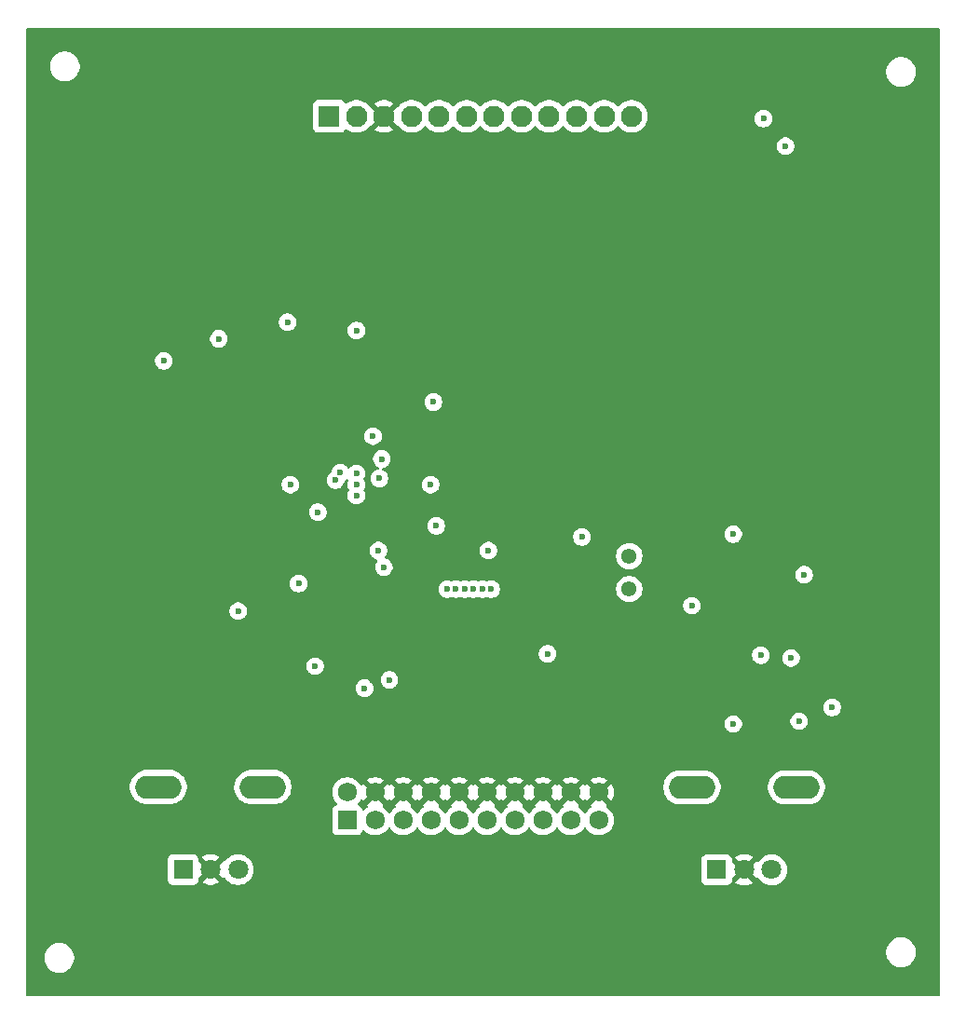
<source format=gbr>
%TF.GenerationSoftware,KiCad,Pcbnew,9.0.6-1.fc43*%
%TF.CreationDate,2025-12-20T07:51:11-05:00*%
%TF.ProjectId,electrical,656c6563-7472-4696-9361-6c2e6b696361,rev?*%
%TF.SameCoordinates,Original*%
%TF.FileFunction,Copper,L3,Inr*%
%TF.FilePolarity,Positive*%
%FSLAX46Y46*%
G04 Gerber Fmt 4.6, Leading zero omitted, Abs format (unit mm)*
G04 Created by KiCad (PCBNEW 9.0.6-1.fc43) date 2025-12-20 07:51:11*
%MOMM*%
%LPD*%
G01*
G04 APERTURE LIST*
%TA.AperFunction,ComponentPad*%
%ADD10R,1.725000X1.725000*%
%TD*%
%TA.AperFunction,ComponentPad*%
%ADD11C,1.725000*%
%TD*%
%TA.AperFunction,ComponentPad*%
%ADD12R,1.800000X1.800000*%
%TD*%
%TA.AperFunction,ComponentPad*%
%ADD13C,1.800000*%
%TD*%
%TA.AperFunction,ComponentPad*%
%ADD14O,4.200000X2.100000*%
%TD*%
%TA.AperFunction,ComponentPad*%
%ADD15C,1.381000*%
%TD*%
%TA.AperFunction,ComponentPad*%
%ADD16R,1.950000X1.950000*%
%TD*%
%TA.AperFunction,ComponentPad*%
%ADD17C,1.950000*%
%TD*%
%TA.AperFunction,ViaPad*%
%ADD18C,0.600000*%
%TD*%
G04 APERTURE END LIST*
D10*
%TO.N,+3V0*%
%TO.C,J1*%
X143180000Y-129500000D03*
D11*
X143180000Y-126960000D03*
%TO.N,/Processor/TRST*%
X145720000Y-129500000D03*
%TO.N,GND*%
X145720000Y-126960000D03*
%TO.N,/Processor/TDI*%
X148260000Y-129500000D03*
%TO.N,GND*%
X148260000Y-126960000D03*
%TO.N,/Processor/TMS{slash}SWDAT*%
X150800000Y-129500000D03*
%TO.N,GND*%
X150800000Y-126960000D03*
%TO.N,/Processor/TCK{slash}SWCLK*%
X153340000Y-129500000D03*
%TO.N,GND*%
X153340000Y-126960000D03*
%TO.N,Net-(J1-Pad11)*%
X155880000Y-129500000D03*
%TO.N,GND*%
X155880000Y-126960000D03*
%TO.N,/Processor/TDO*%
X158420000Y-129500000D03*
%TO.N,GND*%
X158420000Y-126960000D03*
%TO.N,/Processor/NRST*%
X160960000Y-129500000D03*
%TO.N,GND*%
X160960000Y-126960000D03*
%TO.N,Net-(J1-Pad17)*%
X163500000Y-129500000D03*
%TO.N,GND*%
X163500000Y-126960000D03*
%TO.N,Net-(J1-Pad19)*%
X166040000Y-129500000D03*
%TO.N,GND*%
X166040000Y-126960000D03*
%TD*%
D12*
%TO.N,/Processor/POT_1*%
%TO.C,RV1*%
X128250000Y-133975000D03*
D13*
%TO.N,GND*%
X130750000Y-133975000D03*
%TO.N,+3V0*%
X133250000Y-133975000D03*
D14*
%TO.N,N/C*%
X126000000Y-126475000D03*
X135500000Y-126475000D03*
%TD*%
D12*
%TO.N,/Processor/POT_2*%
%TO.C,RV2*%
X176750000Y-134000000D03*
D13*
%TO.N,GND*%
X179250000Y-134000000D03*
%TO.N,+3V0*%
X181750000Y-134000000D03*
D14*
%TO.N,N/C*%
X174500000Y-126500000D03*
X184000000Y-126500000D03*
%TD*%
D15*
%TO.N,N/C*%
%TO.C,SW2*%
X168800000Y-105500000D03*
X168800000Y-108500000D03*
%TD*%
D16*
%TO.N,+3V0*%
%TO.C,IC2*%
X141520000Y-65530000D03*
D17*
%TO.N,unconnected-(IC2-3V0-Pad2)*%
X144020000Y-65530000D03*
%TO.N,GND*%
X146520000Y-65530000D03*
%TO.N,/Processor/WIFI_SCK*%
X149020000Y-65530000D03*
%TO.N,/Processor/WIFI_MISO*%
X151520000Y-65530000D03*
%TO.N,/Processor/WIFI_MOSI*%
X154020000Y-65530000D03*
%TO.N,/Processor/WIFI_CS*%
X156520000Y-65530000D03*
%TO.N,/Processor/WIFI_BUSY*%
X159020000Y-65530000D03*
%TO.N,/Processor/WIFI_RESET*%
X161520000Y-65530000D03*
%TO.N,unconnected-(IC2-GPIO_0-Pad10)*%
X164020000Y-65530000D03*
%TO.N,unconnected-(IC2-UART_RX-Pad11)*%
X166520000Y-65530000D03*
%TO.N,unconnected-(IC2-UART_TX-Pad12)*%
X169020000Y-65530000D03*
%TD*%
D18*
%TO.N,GND*%
X182750000Y-101750000D03*
X166250000Y-134500000D03*
X133750000Y-91250000D03*
X142000000Y-119000000D03*
X139250000Y-103250000D03*
X133750000Y-88250000D03*
X159500000Y-119000000D03*
X177500000Y-119350000D03*
X168500000Y-119500000D03*
X145500000Y-116750000D03*
X163250000Y-134500000D03*
X148500000Y-79000000D03*
X149250000Y-115500000D03*
X185500000Y-121750000D03*
X126500000Y-86750000D03*
X155750000Y-134500000D03*
X173500000Y-64500000D03*
X164750000Y-109750000D03*
X183000000Y-120500000D03*
X129500000Y-82250000D03*
X182750000Y-121500000D03*
X133500000Y-94250000D03*
X132750000Y-119000000D03*
X134500000Y-81250000D03*
X137750000Y-82750000D03*
X150250000Y-119000000D03*
X149000000Y-99000000D03*
%TO.N,+3V0*%
X147000000Y-116750000D03*
X138750000Y-108000000D03*
X178250000Y-120750000D03*
X144750000Y-117500000D03*
X151000000Y-91500000D03*
X183500000Y-114750000D03*
X187250000Y-119250000D03*
X151250000Y-102750000D03*
X150750000Y-99000000D03*
X140250000Y-115500000D03*
X140500000Y-101500000D03*
X183000000Y-68250000D03*
X137750000Y-84250000D03*
X144000000Y-85000000D03*
X174500000Y-110000000D03*
X180750000Y-114500000D03*
X131500000Y-85750000D03*
X184250000Y-120500000D03*
X181000000Y-65750000D03*
X164500000Y-103750000D03*
%TO.N,/Processor/NRST*%
X161375000Y-114375000D03*
%TO.N,/Screen/1V8*%
X126500000Y-87750000D03*
%TO.N,/Accelerometer/ADXL_SCL*%
X146000000Y-105000000D03*
%TO.N,/Processor/EINK_CS*%
X146092185Y-98440715D03*
%TO.N,/Processor/EINK_D_C*%
X146318500Y-96667027D03*
%TO.N,/Processor/TCK{slash}SWCLK*%
X142543761Y-97934358D03*
%TO.N,/Processor/TMS{slash}SWDAT*%
X142100000Y-98600000D03*
%TO.N,/Processor/WIFI_CS*%
X152250000Y-108500000D03*
%TO.N,/Processor/WIFI_SCK*%
X153050003Y-108500000D03*
%TO.N,/Processor/BUTTON_2*%
X156000000Y-105000000D03*
%TO.N,/Processor/EINK_RST*%
X146500000Y-106500000D03*
%TO.N,/Processor/BUTTON_1*%
X133250000Y-110500000D03*
%TO.N,/Processor/WIFI_BUSY*%
X156250015Y-108500000D03*
%TO.N,/Processor/TRST*%
X144000000Y-98000000D03*
%TO.N,/Accelerometer/ADXL_SDO*%
X184693800Y-107193800D03*
X178250000Y-103500000D03*
%TO.N,/Processor/WIFI_MOSI*%
X154650009Y-108500000D03*
%TO.N,/Processor/TDO*%
X144000000Y-99000000D03*
%TO.N,/Processor/WIFI_RESET*%
X155450012Y-108500000D03*
%TO.N,/Accelerometer/ADXL_SDI*%
X138000000Y-99000000D03*
%TO.N,/Processor/EINK_BUSY*%
X145515627Y-94600000D03*
%TO.N,/Processor/WIFI_MISO*%
X153850006Y-108500000D03*
%TO.N,/Processor/TDI*%
X144000000Y-100000000D03*
%TD*%
%TA.AperFunction,Conductor*%
%TO.N,GND*%
G36*
X147724185Y-127181942D02*
G01*
X147799885Y-127313058D01*
X147906942Y-127420115D01*
X148038058Y-127495815D01*
X148069352Y-127504200D01*
X147489332Y-128084219D01*
X147549836Y-128128178D01*
X147548797Y-128129607D01*
X147590576Y-128175762D01*
X147602015Y-128244689D01*
X147574374Y-128308858D01*
X147549112Y-128330758D01*
X147549574Y-128331394D01*
X147545632Y-128334257D01*
X147545632Y-128334258D01*
X147372065Y-128460362D01*
X147372063Y-128460364D01*
X147372062Y-128460364D01*
X147220364Y-128612062D01*
X147220364Y-128612063D01*
X147220362Y-128612065D01*
X147094259Y-128785631D01*
X147091394Y-128789574D01*
X147089914Y-128788499D01*
X147043891Y-128830120D01*
X146974959Y-128841527D01*
X146910802Y-128813856D01*
X146889315Y-128789058D01*
X146888606Y-128789574D01*
X146885741Y-128785631D01*
X146759638Y-128612065D01*
X146607935Y-128460362D01*
X146434368Y-128334258D01*
X146434367Y-128334257D01*
X146430426Y-128331394D01*
X146431407Y-128330042D01*
X146389407Y-128283615D01*
X146377988Y-128214684D01*
X146405649Y-128150523D01*
X146430660Y-128128858D01*
X146430165Y-128128177D01*
X146490665Y-128084219D01*
X146490666Y-128084219D01*
X145910646Y-127504200D01*
X145941942Y-127495815D01*
X146073058Y-127420115D01*
X146180115Y-127313058D01*
X146255815Y-127181942D01*
X146264200Y-127150647D01*
X146844219Y-127730666D01*
X146844219Y-127730665D01*
X146888177Y-127670165D01*
X146889475Y-127671108D01*
X146936049Y-127628946D01*
X147004975Y-127617503D01*
X147069147Y-127645140D01*
X147091220Y-127670602D01*
X147091822Y-127670165D01*
X147135778Y-127730665D01*
X147135779Y-127730666D01*
X147715799Y-127150646D01*
X147724185Y-127181942D01*
G37*
%TD.AperFunction*%
%TA.AperFunction,Conductor*%
G36*
X150264185Y-127181942D02*
G01*
X150339885Y-127313058D01*
X150446942Y-127420115D01*
X150578058Y-127495815D01*
X150609352Y-127504200D01*
X150029332Y-128084219D01*
X150089836Y-128128178D01*
X150088797Y-128129607D01*
X150130576Y-128175762D01*
X150142015Y-128244689D01*
X150114374Y-128308858D01*
X150089112Y-128330758D01*
X150089574Y-128331394D01*
X150085632Y-128334257D01*
X150085632Y-128334258D01*
X149912065Y-128460362D01*
X149912063Y-128460364D01*
X149912062Y-128460364D01*
X149760364Y-128612062D01*
X149760364Y-128612063D01*
X149760362Y-128612065D01*
X149634259Y-128785631D01*
X149631394Y-128789574D01*
X149629914Y-128788499D01*
X149583891Y-128830120D01*
X149514959Y-128841527D01*
X149450802Y-128813856D01*
X149429315Y-128789058D01*
X149428606Y-128789574D01*
X149425741Y-128785631D01*
X149299638Y-128612065D01*
X149147935Y-128460362D01*
X148974368Y-128334258D01*
X148974367Y-128334257D01*
X148970426Y-128331394D01*
X148971407Y-128330042D01*
X148929407Y-128283615D01*
X148917988Y-128214684D01*
X148945649Y-128150523D01*
X148970660Y-128128858D01*
X148970165Y-128128177D01*
X149030665Y-128084219D01*
X149030666Y-128084219D01*
X148450646Y-127504200D01*
X148481942Y-127495815D01*
X148613058Y-127420115D01*
X148720115Y-127313058D01*
X148795815Y-127181942D01*
X148804200Y-127150647D01*
X149384219Y-127730666D01*
X149384219Y-127730665D01*
X149428177Y-127670165D01*
X149429475Y-127671108D01*
X149476049Y-127628946D01*
X149544975Y-127617503D01*
X149609147Y-127645140D01*
X149631220Y-127670602D01*
X149631822Y-127670165D01*
X149675778Y-127730665D01*
X149675779Y-127730666D01*
X150255799Y-127150646D01*
X150264185Y-127181942D01*
G37*
%TD.AperFunction*%
%TA.AperFunction,Conductor*%
G36*
X152804185Y-127181942D02*
G01*
X152879885Y-127313058D01*
X152986942Y-127420115D01*
X153118058Y-127495815D01*
X153149352Y-127504200D01*
X152569332Y-128084219D01*
X152629836Y-128128178D01*
X152628797Y-128129607D01*
X152670576Y-128175762D01*
X152682015Y-128244689D01*
X152654374Y-128308858D01*
X152629112Y-128330758D01*
X152629574Y-128331394D01*
X152625632Y-128334257D01*
X152625632Y-128334258D01*
X152452065Y-128460362D01*
X152452063Y-128460364D01*
X152452062Y-128460364D01*
X152300364Y-128612062D01*
X152300364Y-128612063D01*
X152300362Y-128612065D01*
X152174259Y-128785631D01*
X152171394Y-128789574D01*
X152169914Y-128788499D01*
X152123891Y-128830120D01*
X152054959Y-128841527D01*
X151990802Y-128813856D01*
X151969315Y-128789058D01*
X151968606Y-128789574D01*
X151965741Y-128785631D01*
X151839638Y-128612065D01*
X151687935Y-128460362D01*
X151514368Y-128334258D01*
X151514367Y-128334257D01*
X151510426Y-128331394D01*
X151511407Y-128330042D01*
X151469407Y-128283615D01*
X151457988Y-128214684D01*
X151485649Y-128150523D01*
X151510660Y-128128858D01*
X151510165Y-128128177D01*
X151570665Y-128084219D01*
X151570666Y-128084219D01*
X150990646Y-127504200D01*
X151021942Y-127495815D01*
X151153058Y-127420115D01*
X151260115Y-127313058D01*
X151335815Y-127181942D01*
X151344200Y-127150647D01*
X151924219Y-127730666D01*
X151924219Y-127730665D01*
X151968177Y-127670165D01*
X151969475Y-127671108D01*
X152016049Y-127628946D01*
X152084975Y-127617503D01*
X152149147Y-127645140D01*
X152171220Y-127670602D01*
X152171822Y-127670165D01*
X152215778Y-127730665D01*
X152215779Y-127730666D01*
X152795799Y-127150646D01*
X152804185Y-127181942D01*
G37*
%TD.AperFunction*%
%TA.AperFunction,Conductor*%
G36*
X155344185Y-127181942D02*
G01*
X155419885Y-127313058D01*
X155526942Y-127420115D01*
X155658058Y-127495815D01*
X155689352Y-127504200D01*
X155109332Y-128084219D01*
X155169836Y-128128178D01*
X155168797Y-128129607D01*
X155210576Y-128175762D01*
X155222015Y-128244689D01*
X155194374Y-128308858D01*
X155169112Y-128330758D01*
X155169574Y-128331394D01*
X155165632Y-128334257D01*
X155165632Y-128334258D01*
X154992065Y-128460362D01*
X154992063Y-128460364D01*
X154992062Y-128460364D01*
X154840364Y-128612062D01*
X154840364Y-128612063D01*
X154840362Y-128612065D01*
X154714259Y-128785631D01*
X154711394Y-128789574D01*
X154709914Y-128788499D01*
X154663891Y-128830120D01*
X154594959Y-128841527D01*
X154530802Y-128813856D01*
X154509315Y-128789058D01*
X154508606Y-128789574D01*
X154505741Y-128785631D01*
X154379638Y-128612065D01*
X154227935Y-128460362D01*
X154054368Y-128334258D01*
X154054367Y-128334257D01*
X154050426Y-128331394D01*
X154051407Y-128330042D01*
X154009407Y-128283615D01*
X153997988Y-128214684D01*
X154025649Y-128150523D01*
X154050660Y-128128858D01*
X154050165Y-128128177D01*
X154110665Y-128084219D01*
X154110666Y-128084219D01*
X153530646Y-127504200D01*
X153561942Y-127495815D01*
X153693058Y-127420115D01*
X153800115Y-127313058D01*
X153875815Y-127181942D01*
X153884200Y-127150647D01*
X154464219Y-127730666D01*
X154464219Y-127730665D01*
X154508177Y-127670165D01*
X154509475Y-127671108D01*
X154556049Y-127628946D01*
X154624975Y-127617503D01*
X154689147Y-127645140D01*
X154711220Y-127670602D01*
X154711822Y-127670165D01*
X154755778Y-127730665D01*
X154755779Y-127730666D01*
X155335799Y-127150646D01*
X155344185Y-127181942D01*
G37*
%TD.AperFunction*%
%TA.AperFunction,Conductor*%
G36*
X157884185Y-127181942D02*
G01*
X157959885Y-127313058D01*
X158066942Y-127420115D01*
X158198058Y-127495815D01*
X158229352Y-127504200D01*
X157649332Y-128084219D01*
X157709836Y-128128178D01*
X157708797Y-128129607D01*
X157750576Y-128175762D01*
X157762015Y-128244689D01*
X157734374Y-128308858D01*
X157709112Y-128330758D01*
X157709574Y-128331394D01*
X157705632Y-128334257D01*
X157705632Y-128334258D01*
X157532065Y-128460362D01*
X157532063Y-128460364D01*
X157532062Y-128460364D01*
X157380364Y-128612062D01*
X157380364Y-128612063D01*
X157380362Y-128612065D01*
X157254259Y-128785631D01*
X157251394Y-128789574D01*
X157249914Y-128788499D01*
X157203891Y-128830120D01*
X157134959Y-128841527D01*
X157070802Y-128813856D01*
X157049315Y-128789058D01*
X157048606Y-128789574D01*
X157045741Y-128785631D01*
X156919638Y-128612065D01*
X156767935Y-128460362D01*
X156594368Y-128334258D01*
X156594367Y-128334257D01*
X156590426Y-128331394D01*
X156591407Y-128330042D01*
X156549407Y-128283615D01*
X156537988Y-128214684D01*
X156565649Y-128150523D01*
X156590660Y-128128858D01*
X156590165Y-128128177D01*
X156650665Y-128084219D01*
X156650666Y-128084219D01*
X156070646Y-127504200D01*
X156101942Y-127495815D01*
X156233058Y-127420115D01*
X156340115Y-127313058D01*
X156415815Y-127181942D01*
X156424200Y-127150647D01*
X157004219Y-127730666D01*
X157004219Y-127730665D01*
X157048177Y-127670165D01*
X157049475Y-127671108D01*
X157096049Y-127628946D01*
X157164975Y-127617503D01*
X157229147Y-127645140D01*
X157251220Y-127670602D01*
X157251822Y-127670165D01*
X157295778Y-127730665D01*
X157295779Y-127730666D01*
X157875799Y-127150646D01*
X157884185Y-127181942D01*
G37*
%TD.AperFunction*%
%TA.AperFunction,Conductor*%
G36*
X160424185Y-127181942D02*
G01*
X160499885Y-127313058D01*
X160606942Y-127420115D01*
X160738058Y-127495815D01*
X160769352Y-127504200D01*
X160189332Y-128084219D01*
X160249836Y-128128178D01*
X160248797Y-128129607D01*
X160290576Y-128175762D01*
X160302015Y-128244689D01*
X160274374Y-128308858D01*
X160249112Y-128330758D01*
X160249574Y-128331394D01*
X160245632Y-128334257D01*
X160245632Y-128334258D01*
X160072065Y-128460362D01*
X160072063Y-128460364D01*
X160072062Y-128460364D01*
X159920364Y-128612062D01*
X159920364Y-128612063D01*
X159920362Y-128612065D01*
X159794259Y-128785631D01*
X159791394Y-128789574D01*
X159789914Y-128788499D01*
X159743891Y-128830120D01*
X159674959Y-128841527D01*
X159610802Y-128813856D01*
X159589315Y-128789058D01*
X159588606Y-128789574D01*
X159585741Y-128785631D01*
X159459638Y-128612065D01*
X159307935Y-128460362D01*
X159134368Y-128334258D01*
X159134367Y-128334257D01*
X159130426Y-128331394D01*
X159131407Y-128330042D01*
X159089407Y-128283615D01*
X159077988Y-128214684D01*
X159105649Y-128150523D01*
X159130660Y-128128858D01*
X159130165Y-128128177D01*
X159190665Y-128084219D01*
X159190666Y-128084219D01*
X158610646Y-127504200D01*
X158641942Y-127495815D01*
X158773058Y-127420115D01*
X158880115Y-127313058D01*
X158955815Y-127181942D01*
X158964200Y-127150647D01*
X159544219Y-127730666D01*
X159544219Y-127730665D01*
X159588177Y-127670165D01*
X159589475Y-127671108D01*
X159636049Y-127628946D01*
X159704975Y-127617503D01*
X159769147Y-127645140D01*
X159791220Y-127670602D01*
X159791822Y-127670165D01*
X159835778Y-127730665D01*
X159835779Y-127730666D01*
X160415799Y-127150646D01*
X160424185Y-127181942D01*
G37*
%TD.AperFunction*%
%TA.AperFunction,Conductor*%
G36*
X162964185Y-127181942D02*
G01*
X163039885Y-127313058D01*
X163146942Y-127420115D01*
X163278058Y-127495815D01*
X163309352Y-127504200D01*
X162729332Y-128084219D01*
X162789836Y-128128178D01*
X162788797Y-128129607D01*
X162830576Y-128175762D01*
X162842015Y-128244689D01*
X162814374Y-128308858D01*
X162789112Y-128330758D01*
X162789574Y-128331394D01*
X162785632Y-128334257D01*
X162785632Y-128334258D01*
X162612065Y-128460362D01*
X162612063Y-128460364D01*
X162612062Y-128460364D01*
X162460364Y-128612062D01*
X162460364Y-128612063D01*
X162460362Y-128612065D01*
X162334259Y-128785631D01*
X162331394Y-128789574D01*
X162329914Y-128788499D01*
X162283891Y-128830120D01*
X162214959Y-128841527D01*
X162150802Y-128813856D01*
X162129315Y-128789058D01*
X162128606Y-128789574D01*
X162125741Y-128785631D01*
X161999638Y-128612065D01*
X161847935Y-128460362D01*
X161674368Y-128334258D01*
X161674367Y-128334257D01*
X161670426Y-128331394D01*
X161671407Y-128330042D01*
X161629407Y-128283615D01*
X161617988Y-128214684D01*
X161645649Y-128150523D01*
X161670660Y-128128858D01*
X161670165Y-128128177D01*
X161730665Y-128084219D01*
X161730666Y-128084219D01*
X161150646Y-127504200D01*
X161181942Y-127495815D01*
X161313058Y-127420115D01*
X161420115Y-127313058D01*
X161495815Y-127181942D01*
X161504200Y-127150646D01*
X162084219Y-127730666D01*
X162084219Y-127730665D01*
X162128177Y-127670165D01*
X162129475Y-127671108D01*
X162176049Y-127628946D01*
X162244975Y-127617503D01*
X162309147Y-127645140D01*
X162331220Y-127670602D01*
X162331822Y-127670165D01*
X162375778Y-127730665D01*
X162375779Y-127730666D01*
X162955799Y-127150646D01*
X162964185Y-127181942D01*
G37*
%TD.AperFunction*%
%TA.AperFunction,Conductor*%
G36*
X165504185Y-127181942D02*
G01*
X165579885Y-127313058D01*
X165686942Y-127420115D01*
X165818058Y-127495815D01*
X165849352Y-127504200D01*
X165269332Y-128084219D01*
X165329836Y-128128178D01*
X165328797Y-128129607D01*
X165370576Y-128175762D01*
X165382015Y-128244689D01*
X165354374Y-128308858D01*
X165329112Y-128330758D01*
X165329574Y-128331394D01*
X165325632Y-128334257D01*
X165325632Y-128334258D01*
X165152065Y-128460362D01*
X165152063Y-128460364D01*
X165152062Y-128460364D01*
X165000364Y-128612062D01*
X165000364Y-128612063D01*
X165000362Y-128612065D01*
X164874259Y-128785631D01*
X164871394Y-128789574D01*
X164869914Y-128788499D01*
X164823891Y-128830120D01*
X164754959Y-128841527D01*
X164690802Y-128813856D01*
X164669315Y-128789058D01*
X164668606Y-128789574D01*
X164665741Y-128785631D01*
X164539638Y-128612065D01*
X164387935Y-128460362D01*
X164214368Y-128334258D01*
X164214367Y-128334257D01*
X164210426Y-128331394D01*
X164211407Y-128330042D01*
X164169407Y-128283615D01*
X164157988Y-128214684D01*
X164185649Y-128150523D01*
X164210660Y-128128858D01*
X164210165Y-128128177D01*
X164270665Y-128084219D01*
X164270666Y-128084219D01*
X163690646Y-127504200D01*
X163721942Y-127495815D01*
X163853058Y-127420115D01*
X163960115Y-127313058D01*
X164035815Y-127181942D01*
X164044200Y-127150647D01*
X164624219Y-127730666D01*
X164624219Y-127730665D01*
X164668177Y-127670165D01*
X164669475Y-127671108D01*
X164716049Y-127628946D01*
X164784975Y-127617503D01*
X164849147Y-127645140D01*
X164871220Y-127670602D01*
X164871822Y-127670165D01*
X164915778Y-127730665D01*
X164915779Y-127730666D01*
X165495799Y-127150646D01*
X165504185Y-127181942D01*
G37*
%TD.AperFunction*%
%TA.AperFunction,Conductor*%
G36*
X145184185Y-127181942D02*
G01*
X145259885Y-127313058D01*
X145366942Y-127420115D01*
X145498058Y-127495815D01*
X145529352Y-127504200D01*
X144949332Y-128084219D01*
X145009836Y-128128178D01*
X145008797Y-128129607D01*
X145050576Y-128175762D01*
X145062015Y-128244689D01*
X145034374Y-128308858D01*
X145009112Y-128330758D01*
X145009574Y-128331394D01*
X144832066Y-128460361D01*
X144734371Y-128558056D01*
X144673047Y-128591540D01*
X144603356Y-128586556D01*
X144547423Y-128544684D01*
X144530508Y-128513707D01*
X144486297Y-128395171D01*
X144486293Y-128395164D01*
X144400047Y-128279955D01*
X144400044Y-128279952D01*
X144284835Y-128193706D01*
X144284828Y-128193702D01*
X144166292Y-128149491D01*
X144110358Y-128107620D01*
X144085941Y-128042155D01*
X144100793Y-127973882D01*
X144121938Y-127945634D01*
X144219638Y-127847935D01*
X144345742Y-127674368D01*
X144345742Y-127674367D01*
X144348606Y-127670426D01*
X144349963Y-127671412D01*
X144396348Y-127629424D01*
X144465275Y-127617983D01*
X144529445Y-127645623D01*
X144551142Y-127670658D01*
X144551822Y-127670165D01*
X144595778Y-127730665D01*
X144595779Y-127730666D01*
X145175799Y-127150646D01*
X145184185Y-127181942D01*
G37*
%TD.AperFunction*%
%TA.AperFunction,Conductor*%
G36*
X196942539Y-57520185D02*
G01*
X196988294Y-57572989D01*
X196999500Y-57624500D01*
X196999500Y-145375500D01*
X196979815Y-145442539D01*
X196927011Y-145488294D01*
X196875500Y-145499500D01*
X114124500Y-145499500D01*
X114057461Y-145479815D01*
X114011706Y-145427011D01*
X114000500Y-145375500D01*
X114000500Y-141893713D01*
X115649500Y-141893713D01*
X115649500Y-142106287D01*
X115682754Y-142316243D01*
X115703402Y-142379792D01*
X115748444Y-142518414D01*
X115844951Y-142707820D01*
X115969890Y-142879786D01*
X116120213Y-143030109D01*
X116292179Y-143155048D01*
X116292181Y-143155049D01*
X116292184Y-143155051D01*
X116481588Y-143251557D01*
X116683757Y-143317246D01*
X116893713Y-143350500D01*
X116893714Y-143350500D01*
X117106286Y-143350500D01*
X117106287Y-143350500D01*
X117316243Y-143317246D01*
X117518412Y-143251557D01*
X117707816Y-143155051D01*
X117729789Y-143139086D01*
X117879786Y-143030109D01*
X117879788Y-143030106D01*
X117879792Y-143030104D01*
X118030104Y-142879792D01*
X118030106Y-142879788D01*
X118030109Y-142879786D01*
X118155048Y-142707820D01*
X118155047Y-142707820D01*
X118155051Y-142707816D01*
X118251557Y-142518412D01*
X118317246Y-142316243D01*
X118350500Y-142106287D01*
X118350500Y-141893713D01*
X118317246Y-141683757D01*
X118251557Y-141481588D01*
X118206783Y-141393713D01*
X192149500Y-141393713D01*
X192149500Y-141606286D01*
X192182753Y-141816239D01*
X192248444Y-142018414D01*
X192344951Y-142207820D01*
X192469890Y-142379786D01*
X192620213Y-142530109D01*
X192792179Y-142655048D01*
X192792181Y-142655049D01*
X192792184Y-142655051D01*
X192981588Y-142751557D01*
X193183757Y-142817246D01*
X193393713Y-142850500D01*
X193393714Y-142850500D01*
X193606286Y-142850500D01*
X193606287Y-142850500D01*
X193816243Y-142817246D01*
X194018412Y-142751557D01*
X194207816Y-142655051D01*
X194229789Y-142639086D01*
X194379786Y-142530109D01*
X194379788Y-142530106D01*
X194379792Y-142530104D01*
X194530104Y-142379792D01*
X194530106Y-142379788D01*
X194530109Y-142379786D01*
X194655048Y-142207820D01*
X194655047Y-142207820D01*
X194655051Y-142207816D01*
X194751557Y-142018412D01*
X194817246Y-141816243D01*
X194850500Y-141606287D01*
X194850500Y-141393713D01*
X194817246Y-141183757D01*
X194751557Y-140981588D01*
X194655051Y-140792184D01*
X194655049Y-140792181D01*
X194655048Y-140792179D01*
X194530109Y-140620213D01*
X194379786Y-140469890D01*
X194207820Y-140344951D01*
X194018414Y-140248444D01*
X194018413Y-140248443D01*
X194018412Y-140248443D01*
X193816243Y-140182754D01*
X193816241Y-140182753D01*
X193816240Y-140182753D01*
X193654957Y-140157208D01*
X193606287Y-140149500D01*
X193393713Y-140149500D01*
X193345042Y-140157208D01*
X193183760Y-140182753D01*
X192981585Y-140248444D01*
X192792179Y-140344951D01*
X192620213Y-140469890D01*
X192469890Y-140620213D01*
X192344951Y-140792179D01*
X192248444Y-140981585D01*
X192182753Y-141183760D01*
X192149500Y-141393713D01*
X118206783Y-141393713D01*
X118155051Y-141292184D01*
X118147023Y-141281134D01*
X118030109Y-141120213D01*
X117879786Y-140969890D01*
X117707820Y-140844951D01*
X117518414Y-140748444D01*
X117518413Y-140748443D01*
X117518412Y-140748443D01*
X117316243Y-140682754D01*
X117316241Y-140682753D01*
X117316240Y-140682753D01*
X117154957Y-140657208D01*
X117106287Y-140649500D01*
X116893713Y-140649500D01*
X116845042Y-140657208D01*
X116683760Y-140682753D01*
X116481585Y-140748444D01*
X116292179Y-140844951D01*
X116120213Y-140969890D01*
X115969890Y-141120213D01*
X115844951Y-141292179D01*
X115748444Y-141481585D01*
X115682753Y-141683760D01*
X115661771Y-141816239D01*
X115649500Y-141893713D01*
X114000500Y-141893713D01*
X114000500Y-133027135D01*
X126849500Y-133027135D01*
X126849500Y-134922870D01*
X126849501Y-134922876D01*
X126855908Y-134982483D01*
X126906202Y-135117328D01*
X126906206Y-135117335D01*
X126992452Y-135232544D01*
X126992455Y-135232547D01*
X127107664Y-135318793D01*
X127107671Y-135318797D01*
X127242517Y-135369091D01*
X127242516Y-135369091D01*
X127249444Y-135369835D01*
X127302127Y-135375500D01*
X129197872Y-135375499D01*
X129257483Y-135369091D01*
X129392331Y-135318796D01*
X129507546Y-135232546D01*
X129593796Y-135117331D01*
X129621429Y-135043243D01*
X129624327Y-135035474D01*
X129634765Y-135007486D01*
X129644091Y-134982483D01*
X129650500Y-134922873D01*
X129650499Y-134772304D01*
X129670183Y-134705268D01*
X129686818Y-134684626D01*
X130185387Y-134186058D01*
X130190889Y-134206591D01*
X130269881Y-134343408D01*
X130381592Y-134455119D01*
X130518409Y-134534111D01*
X130538939Y-134539612D01*
X129952485Y-135126065D01*
X129952485Y-135126066D01*
X130016243Y-135172388D01*
X130212589Y-135272432D01*
X130422164Y-135340526D01*
X130639819Y-135375000D01*
X130860181Y-135375000D01*
X131077835Y-135340526D01*
X131287410Y-135272432D01*
X131483760Y-135172386D01*
X131547513Y-135126066D01*
X131547514Y-135126066D01*
X130961059Y-134539612D01*
X130981591Y-134534111D01*
X131118408Y-134455119D01*
X131230119Y-134343408D01*
X131309111Y-134206591D01*
X131314612Y-134186060D01*
X131901066Y-134772514D01*
X131902547Y-134772397D01*
X131954700Y-134732180D01*
X132024314Y-134726200D01*
X132086109Y-134758806D01*
X132100008Y-134774846D01*
X132181752Y-134887359D01*
X132337636Y-135043243D01*
X132337641Y-135043247D01*
X132486043Y-135151066D01*
X132515978Y-135172815D01*
X132644375Y-135238237D01*
X132712393Y-135272895D01*
X132712396Y-135272896D01*
X132787912Y-135297432D01*
X132922049Y-135341015D01*
X133139778Y-135375500D01*
X133139779Y-135375500D01*
X133360221Y-135375500D01*
X133360222Y-135375500D01*
X133577951Y-135341015D01*
X133787606Y-135272895D01*
X133984022Y-135172815D01*
X134162365Y-135043242D01*
X134318242Y-134887365D01*
X134447815Y-134709022D01*
X134547895Y-134512606D01*
X134616015Y-134302951D01*
X134650500Y-134085222D01*
X134650500Y-133864778D01*
X134616015Y-133647049D01*
X134574696Y-133519881D01*
X134547896Y-133437396D01*
X134547895Y-133437393D01*
X134472982Y-133290371D01*
X134447815Y-133240978D01*
X134318242Y-133062635D01*
X134307742Y-133052135D01*
X175349500Y-133052135D01*
X175349500Y-134947870D01*
X175349501Y-134947876D01*
X175355908Y-135007483D01*
X175406202Y-135142328D01*
X175406206Y-135142335D01*
X175492452Y-135257544D01*
X175492455Y-135257547D01*
X175607664Y-135343793D01*
X175607671Y-135343797D01*
X175742517Y-135394091D01*
X175742516Y-135394091D01*
X175749444Y-135394835D01*
X175802127Y-135400500D01*
X177697872Y-135400499D01*
X177757483Y-135394091D01*
X177892331Y-135343796D01*
X178007546Y-135257546D01*
X178093796Y-135142331D01*
X178121429Y-135068243D01*
X178124327Y-135060474D01*
X178133651Y-135035474D01*
X178144091Y-135007483D01*
X178150500Y-134947873D01*
X178150499Y-134797304D01*
X178170183Y-134730268D01*
X178186818Y-134709626D01*
X178685387Y-134211058D01*
X178690889Y-134231591D01*
X178769881Y-134368408D01*
X178881592Y-134480119D01*
X179018409Y-134559111D01*
X179038939Y-134564612D01*
X178452485Y-135151065D01*
X178452485Y-135151066D01*
X178516243Y-135197388D01*
X178712589Y-135297432D01*
X178922164Y-135365526D01*
X179139819Y-135400000D01*
X179360181Y-135400000D01*
X179577835Y-135365526D01*
X179787410Y-135297432D01*
X179983760Y-135197386D01*
X180047513Y-135151066D01*
X180047514Y-135151066D01*
X179461059Y-134564612D01*
X179481591Y-134559111D01*
X179618408Y-134480119D01*
X179730119Y-134368408D01*
X179809111Y-134231591D01*
X179814612Y-134211060D01*
X180401066Y-134797514D01*
X180402547Y-134797397D01*
X180454700Y-134757180D01*
X180524314Y-134751200D01*
X180586109Y-134783806D01*
X180600008Y-134799846D01*
X180681752Y-134912359D01*
X180837636Y-135068243D01*
X180837641Y-135068247D01*
X180981564Y-135172812D01*
X181015978Y-135197815D01*
X181144375Y-135263237D01*
X181212393Y-135297895D01*
X181212396Y-135297896D01*
X181317221Y-135331955D01*
X181422049Y-135366015D01*
X181639778Y-135400500D01*
X181639779Y-135400500D01*
X181860221Y-135400500D01*
X181860222Y-135400500D01*
X182077951Y-135366015D01*
X182287606Y-135297895D01*
X182484022Y-135197815D01*
X182662365Y-135068242D01*
X182818242Y-134912365D01*
X182947815Y-134734022D01*
X183047895Y-134537606D01*
X183116015Y-134327951D01*
X183150500Y-134110222D01*
X183150500Y-133889778D01*
X183116015Y-133672049D01*
X183081955Y-133567221D01*
X183047896Y-133462396D01*
X183047895Y-133462393D01*
X183003365Y-133375000D01*
X182947815Y-133265978D01*
X182911643Y-133216191D01*
X182818247Y-133087641D01*
X182818243Y-133087636D01*
X182662363Y-132931756D01*
X182662358Y-132931752D01*
X182484025Y-132802187D01*
X182484024Y-132802186D01*
X182484022Y-132802185D01*
X182366791Y-132742452D01*
X182287606Y-132702104D01*
X182287603Y-132702103D01*
X182077952Y-132633985D01*
X181969086Y-132616742D01*
X181860222Y-132599500D01*
X181639778Y-132599500D01*
X181579892Y-132608985D01*
X181422047Y-132633985D01*
X181212396Y-132702103D01*
X181212393Y-132702104D01*
X181015974Y-132802187D01*
X180837641Y-132931752D01*
X180837636Y-132931756D01*
X180681756Y-133087636D01*
X180600008Y-133200153D01*
X180544678Y-133242818D01*
X180475064Y-133248797D01*
X180413269Y-133216191D01*
X180401416Y-133202513D01*
X180401065Y-133202485D01*
X179814612Y-133788939D01*
X179809111Y-133768409D01*
X179730119Y-133631592D01*
X179618408Y-133519881D01*
X179481591Y-133440889D01*
X179461057Y-133435387D01*
X180047513Y-132848932D01*
X179983756Y-132802611D01*
X179787410Y-132702567D01*
X179577835Y-132634473D01*
X179360181Y-132600000D01*
X179139819Y-132600000D01*
X178922164Y-132634473D01*
X178712589Y-132702567D01*
X178516233Y-132802616D01*
X178452485Y-132848931D01*
X178452485Y-132848932D01*
X179038940Y-133435387D01*
X179018409Y-133440889D01*
X178881592Y-133519881D01*
X178769881Y-133631592D01*
X178690889Y-133768409D01*
X178685387Y-133788940D01*
X178186818Y-133290371D01*
X178153333Y-133229048D01*
X178150499Y-133202690D01*
X178150499Y-133052129D01*
X178150498Y-133052123D01*
X178150497Y-133052116D01*
X178144091Y-132992517D01*
X178093796Y-132857669D01*
X178093795Y-132857668D01*
X178093793Y-132857664D01*
X178007547Y-132742455D01*
X178007544Y-132742452D01*
X177892335Y-132656206D01*
X177892328Y-132656202D01*
X177757482Y-132605908D01*
X177757483Y-132605908D01*
X177697883Y-132599501D01*
X177697881Y-132599500D01*
X177697873Y-132599500D01*
X177697864Y-132599500D01*
X175802129Y-132599500D01*
X175802123Y-132599501D01*
X175742516Y-132605908D01*
X175607671Y-132656202D01*
X175607664Y-132656206D01*
X175492455Y-132742452D01*
X175492452Y-132742455D01*
X175406206Y-132857664D01*
X175406202Y-132857671D01*
X175355908Y-132992517D01*
X175352187Y-133027135D01*
X175349501Y-133052123D01*
X175349500Y-133052135D01*
X134307742Y-133052135D01*
X134162365Y-132906758D01*
X134162363Y-132906756D01*
X134162358Y-132906752D01*
X133984025Y-132777187D01*
X133984024Y-132777186D01*
X133984022Y-132777185D01*
X133866791Y-132717452D01*
X133787606Y-132677104D01*
X133787603Y-132677103D01*
X133577952Y-132608985D01*
X133469086Y-132591742D01*
X133360222Y-132574500D01*
X133139778Y-132574500D01*
X133067201Y-132585995D01*
X132922047Y-132608985D01*
X132712396Y-132677103D01*
X132712393Y-132677104D01*
X132515974Y-132777187D01*
X132337641Y-132906752D01*
X132337636Y-132906756D01*
X132181756Y-133062636D01*
X132100008Y-133175153D01*
X132044678Y-133217818D01*
X131975064Y-133223797D01*
X131913269Y-133191191D01*
X131901416Y-133177513D01*
X131901065Y-133177485D01*
X131314612Y-133763939D01*
X131309111Y-133743409D01*
X131230119Y-133606592D01*
X131118408Y-133494881D01*
X130981591Y-133415889D01*
X130961057Y-133410387D01*
X131547513Y-132823932D01*
X131483756Y-132777611D01*
X131287410Y-132677567D01*
X131077835Y-132609473D01*
X130860181Y-132575000D01*
X130639819Y-132575000D01*
X130422164Y-132609473D01*
X130212589Y-132677567D01*
X130016233Y-132777616D01*
X129952485Y-132823931D01*
X129952485Y-132823932D01*
X130538940Y-133410387D01*
X130518409Y-133415889D01*
X130381592Y-133494881D01*
X130269881Y-133606592D01*
X130190889Y-133743409D01*
X130185387Y-133763940D01*
X129686818Y-133265371D01*
X129653333Y-133204048D01*
X129650499Y-133177690D01*
X129650499Y-133027129D01*
X129650498Y-133027123D01*
X129650497Y-133027116D01*
X129644091Y-132967517D01*
X129633650Y-132939524D01*
X129624326Y-132914524D01*
X129593797Y-132832671D01*
X129593793Y-132832664D01*
X129507547Y-132717455D01*
X129507544Y-132717452D01*
X129392335Y-132631206D01*
X129392328Y-132631202D01*
X129257482Y-132580908D01*
X129257483Y-132580908D01*
X129197883Y-132574501D01*
X129197881Y-132574500D01*
X129197873Y-132574500D01*
X129197864Y-132574500D01*
X127302129Y-132574500D01*
X127302123Y-132574501D01*
X127242516Y-132580908D01*
X127107671Y-132631202D01*
X127107664Y-132631206D01*
X126992455Y-132717452D01*
X126992452Y-132717455D01*
X126906206Y-132832664D01*
X126906202Y-132832671D01*
X126855908Y-132967517D01*
X126849501Y-133027116D01*
X126849501Y-133027123D01*
X126849500Y-133027135D01*
X114000500Y-133027135D01*
X114000500Y-126352973D01*
X123399500Y-126352973D01*
X123399500Y-126597027D01*
X123403460Y-126622026D01*
X123436155Y-126828459D01*
X123437679Y-126838076D01*
X123513096Y-127070185D01*
X123619517Y-127279049D01*
X123623896Y-127287642D01*
X123767339Y-127485076D01*
X123767343Y-127485081D01*
X123939918Y-127657656D01*
X123939923Y-127657660D01*
X124040407Y-127730665D01*
X124137361Y-127801106D01*
X124354815Y-127911904D01*
X124586924Y-127987321D01*
X124827973Y-128025500D01*
X124827974Y-128025500D01*
X127172026Y-128025500D01*
X127172027Y-128025500D01*
X127413076Y-127987321D01*
X127645185Y-127911904D01*
X127862639Y-127801106D01*
X128060083Y-127657655D01*
X128232655Y-127485083D01*
X128376106Y-127287639D01*
X128486904Y-127070185D01*
X128562321Y-126838076D01*
X128600500Y-126597027D01*
X128600500Y-126352973D01*
X132899500Y-126352973D01*
X132899500Y-126597027D01*
X132903460Y-126622026D01*
X132936155Y-126828459D01*
X132937679Y-126838076D01*
X133013096Y-127070185D01*
X133119517Y-127279049D01*
X133123896Y-127287642D01*
X133267339Y-127485076D01*
X133267343Y-127485081D01*
X133439918Y-127657656D01*
X133439923Y-127657660D01*
X133540407Y-127730665D01*
X133637361Y-127801106D01*
X133854815Y-127911904D01*
X134086924Y-127987321D01*
X134327973Y-128025500D01*
X134327974Y-128025500D01*
X136672026Y-128025500D01*
X136672027Y-128025500D01*
X136913076Y-127987321D01*
X137145185Y-127911904D01*
X137362639Y-127801106D01*
X137560083Y-127657655D01*
X137732655Y-127485083D01*
X137876106Y-127287639D01*
X137986904Y-127070185D01*
X138057562Y-126852724D01*
X141817000Y-126852724D01*
X141817000Y-127067275D01*
X141850560Y-127279170D01*
X141916859Y-127483215D01*
X142005742Y-127657655D01*
X142014258Y-127674368D01*
X142140362Y-127847935D01*
X142140364Y-127847937D01*
X142238055Y-127945628D01*
X142271540Y-128006951D01*
X142266556Y-128076643D01*
X142224684Y-128132576D01*
X142193708Y-128149491D01*
X142075169Y-128193703D01*
X142075164Y-128193706D01*
X141959955Y-128279952D01*
X141959952Y-128279955D01*
X141873706Y-128395164D01*
X141873702Y-128395171D01*
X141823408Y-128530017D01*
X141817001Y-128589616D01*
X141817000Y-128589635D01*
X141817000Y-130410370D01*
X141817001Y-130410376D01*
X141823408Y-130469983D01*
X141873702Y-130604828D01*
X141873706Y-130604835D01*
X141959952Y-130720044D01*
X141959955Y-130720047D01*
X142075164Y-130806293D01*
X142075171Y-130806297D01*
X142210017Y-130856591D01*
X142210016Y-130856591D01*
X142216944Y-130857335D01*
X142269627Y-130863000D01*
X144090372Y-130862999D01*
X144149983Y-130856591D01*
X144284831Y-130806296D01*
X144400046Y-130720046D01*
X144486296Y-130604831D01*
X144530508Y-130486291D01*
X144572379Y-130430359D01*
X144637843Y-130405941D01*
X144706116Y-130420792D01*
X144734371Y-130441944D01*
X144832065Y-130539638D01*
X145005632Y-130665742D01*
X145095943Y-130711758D01*
X145196784Y-130763140D01*
X145196786Y-130763140D01*
X145196789Y-130763142D01*
X145306160Y-130798678D01*
X145400829Y-130829439D01*
X145612725Y-130863000D01*
X145612730Y-130863000D01*
X145827275Y-130863000D01*
X146039170Y-130829439D01*
X146243211Y-130763142D01*
X146434368Y-130665742D01*
X146607935Y-130539638D01*
X146759638Y-130387935D01*
X146885742Y-130214368D01*
X146885742Y-130214367D01*
X146888606Y-130210426D01*
X146890090Y-130211504D01*
X146936081Y-130169893D01*
X147005010Y-130158468D01*
X147069174Y-130186123D01*
X147090680Y-130210944D01*
X147091394Y-130210426D01*
X147094257Y-130214367D01*
X147094258Y-130214368D01*
X147220362Y-130387935D01*
X147372065Y-130539638D01*
X147545632Y-130665742D01*
X147635943Y-130711758D01*
X147736784Y-130763140D01*
X147736786Y-130763140D01*
X147736789Y-130763142D01*
X147846160Y-130798678D01*
X147940829Y-130829439D01*
X148152725Y-130863000D01*
X148152730Y-130863000D01*
X148367275Y-130863000D01*
X148579170Y-130829439D01*
X148783211Y-130763142D01*
X148974368Y-130665742D01*
X149147935Y-130539638D01*
X149299638Y-130387935D01*
X149425742Y-130214368D01*
X149425742Y-130214367D01*
X149428606Y-130210426D01*
X149430090Y-130211504D01*
X149476081Y-130169893D01*
X149545010Y-130158468D01*
X149609174Y-130186123D01*
X149630680Y-130210944D01*
X149631394Y-130210426D01*
X149634257Y-130214367D01*
X149634258Y-130214368D01*
X149760362Y-130387935D01*
X149912065Y-130539638D01*
X150085632Y-130665742D01*
X150175943Y-130711758D01*
X150276784Y-130763140D01*
X150276786Y-130763140D01*
X150276789Y-130763142D01*
X150386160Y-130798678D01*
X150480829Y-130829439D01*
X150692725Y-130863000D01*
X150692730Y-130863000D01*
X150907275Y-130863000D01*
X151119170Y-130829439D01*
X151323211Y-130763142D01*
X151514368Y-130665742D01*
X151687935Y-130539638D01*
X151839638Y-130387935D01*
X151965742Y-130214368D01*
X151965742Y-130214367D01*
X151968606Y-130210426D01*
X151970090Y-130211504D01*
X152016081Y-130169893D01*
X152085010Y-130158468D01*
X152149174Y-130186123D01*
X152170680Y-130210944D01*
X152171394Y-130210426D01*
X152174257Y-130214367D01*
X152174258Y-130214368D01*
X152300362Y-130387935D01*
X152452065Y-130539638D01*
X152625632Y-130665742D01*
X152715943Y-130711758D01*
X152816784Y-130763140D01*
X152816786Y-130763140D01*
X152816789Y-130763142D01*
X152926160Y-130798678D01*
X153020829Y-130829439D01*
X153232725Y-130863000D01*
X153232730Y-130863000D01*
X153447275Y-130863000D01*
X153659170Y-130829439D01*
X153863211Y-130763142D01*
X154054368Y-130665742D01*
X154227935Y-130539638D01*
X154379638Y-130387935D01*
X154505742Y-130214368D01*
X154505742Y-130214367D01*
X154508606Y-130210426D01*
X154510090Y-130211504D01*
X154556081Y-130169893D01*
X154625010Y-130158468D01*
X154689174Y-130186123D01*
X154710680Y-130210944D01*
X154711394Y-130210426D01*
X154714257Y-130214367D01*
X154714258Y-130214368D01*
X154840362Y-130387935D01*
X154992065Y-130539638D01*
X155165632Y-130665742D01*
X155255943Y-130711758D01*
X155356784Y-130763140D01*
X155356786Y-130763140D01*
X155356789Y-130763142D01*
X155466160Y-130798678D01*
X155560829Y-130829439D01*
X155772725Y-130863000D01*
X155772730Y-130863000D01*
X155987275Y-130863000D01*
X156199170Y-130829439D01*
X156403211Y-130763142D01*
X156594368Y-130665742D01*
X156767935Y-130539638D01*
X156919638Y-130387935D01*
X157045742Y-130214368D01*
X157045742Y-130214367D01*
X157048606Y-130210426D01*
X157050090Y-130211504D01*
X157096081Y-130169893D01*
X157165010Y-130158468D01*
X157229174Y-130186123D01*
X157250680Y-130210944D01*
X157251394Y-130210426D01*
X157254257Y-130214367D01*
X157254258Y-130214368D01*
X157380362Y-130387935D01*
X157532065Y-130539638D01*
X157705632Y-130665742D01*
X157795943Y-130711758D01*
X157896784Y-130763140D01*
X157896786Y-130763140D01*
X157896789Y-130763142D01*
X158006160Y-130798678D01*
X158100829Y-130829439D01*
X158312725Y-130863000D01*
X158312730Y-130863000D01*
X158527275Y-130863000D01*
X158739170Y-130829439D01*
X158943211Y-130763142D01*
X159134368Y-130665742D01*
X159307935Y-130539638D01*
X159459638Y-130387935D01*
X159585742Y-130214368D01*
X159585742Y-130214367D01*
X159588606Y-130210426D01*
X159590090Y-130211504D01*
X159636081Y-130169893D01*
X159705010Y-130158468D01*
X159769174Y-130186123D01*
X159790680Y-130210944D01*
X159791394Y-130210426D01*
X159794257Y-130214367D01*
X159794258Y-130214368D01*
X159920362Y-130387935D01*
X160072065Y-130539638D01*
X160245632Y-130665742D01*
X160335943Y-130711758D01*
X160436784Y-130763140D01*
X160436786Y-130763140D01*
X160436789Y-130763142D01*
X160546160Y-130798678D01*
X160640829Y-130829439D01*
X160852725Y-130863000D01*
X160852730Y-130863000D01*
X161067275Y-130863000D01*
X161279170Y-130829439D01*
X161483211Y-130763142D01*
X161674368Y-130665742D01*
X161847935Y-130539638D01*
X161999638Y-130387935D01*
X162125742Y-130214368D01*
X162125742Y-130214367D01*
X162128606Y-130210426D01*
X162130090Y-130211504D01*
X162176081Y-130169893D01*
X162245010Y-130158468D01*
X162309174Y-130186123D01*
X162330680Y-130210944D01*
X162331394Y-130210426D01*
X162334257Y-130214367D01*
X162334258Y-130214368D01*
X162460362Y-130387935D01*
X162612065Y-130539638D01*
X162785632Y-130665742D01*
X162875943Y-130711758D01*
X162976784Y-130763140D01*
X162976786Y-130763140D01*
X162976789Y-130763142D01*
X163086160Y-130798678D01*
X163180829Y-130829439D01*
X163392725Y-130863000D01*
X163392730Y-130863000D01*
X163607275Y-130863000D01*
X163819170Y-130829439D01*
X164023211Y-130763142D01*
X164214368Y-130665742D01*
X164387935Y-130539638D01*
X164539638Y-130387935D01*
X164665742Y-130214368D01*
X164665742Y-130214367D01*
X164668606Y-130210426D01*
X164670090Y-130211504D01*
X164716081Y-130169893D01*
X164785010Y-130158468D01*
X164849174Y-130186123D01*
X164870680Y-130210944D01*
X164871394Y-130210426D01*
X164874257Y-130214367D01*
X164874258Y-130214368D01*
X165000362Y-130387935D01*
X165152065Y-130539638D01*
X165325632Y-130665742D01*
X165415943Y-130711758D01*
X165516784Y-130763140D01*
X165516786Y-130763140D01*
X165516789Y-130763142D01*
X165626160Y-130798678D01*
X165720829Y-130829439D01*
X165932725Y-130863000D01*
X165932730Y-130863000D01*
X166147275Y-130863000D01*
X166359170Y-130829439D01*
X166563211Y-130763142D01*
X166754368Y-130665742D01*
X166927935Y-130539638D01*
X167079638Y-130387935D01*
X167205742Y-130214368D01*
X167303142Y-130023211D01*
X167369439Y-129819170D01*
X167403000Y-129607275D01*
X167403000Y-129392724D01*
X167369439Y-129180829D01*
X167338678Y-129086160D01*
X167303142Y-128976789D01*
X167303140Y-128976786D01*
X167303140Y-128976784D01*
X167220123Y-128813856D01*
X167205742Y-128785632D01*
X167079638Y-128612065D01*
X166927935Y-128460362D01*
X166754368Y-128334258D01*
X166754367Y-128334257D01*
X166750426Y-128331394D01*
X166751407Y-128330042D01*
X166709407Y-128283615D01*
X166697988Y-128214684D01*
X166725649Y-128150523D01*
X166750660Y-128128858D01*
X166750165Y-128128177D01*
X166810665Y-128084219D01*
X166810666Y-128084219D01*
X166230646Y-127504200D01*
X166261942Y-127495815D01*
X166393058Y-127420115D01*
X166500115Y-127313058D01*
X166575815Y-127181942D01*
X166584200Y-127150647D01*
X167164219Y-127730666D01*
X167164219Y-127730665D01*
X167205314Y-127674105D01*
X167302676Y-127483020D01*
X167368951Y-127279049D01*
X167402500Y-127067236D01*
X167402500Y-126852763D01*
X167368951Y-126640950D01*
X167302675Y-126436976D01*
X167298814Y-126429397D01*
X167298813Y-126429396D01*
X167272612Y-126377973D01*
X171899500Y-126377973D01*
X171899500Y-126622026D01*
X171936045Y-126852763D01*
X171937679Y-126863076D01*
X172013096Y-127095185D01*
X172111157Y-127287642D01*
X172123896Y-127312642D01*
X172267339Y-127510076D01*
X172267343Y-127510081D01*
X172439918Y-127682656D01*
X172439923Y-127682660D01*
X172602947Y-127801103D01*
X172637361Y-127826106D01*
X172854815Y-127936904D01*
X173086924Y-128012321D01*
X173327973Y-128050500D01*
X173327974Y-128050500D01*
X175672026Y-128050500D01*
X175672027Y-128050500D01*
X175913076Y-128012321D01*
X176145185Y-127936904D01*
X176362639Y-127826106D01*
X176560083Y-127682655D01*
X176732655Y-127510083D01*
X176876106Y-127312639D01*
X176986904Y-127095185D01*
X177062321Y-126863076D01*
X177100500Y-126622027D01*
X177100500Y-126377973D01*
X181399500Y-126377973D01*
X181399500Y-126622026D01*
X181436045Y-126852763D01*
X181437679Y-126863076D01*
X181513096Y-127095185D01*
X181611157Y-127287642D01*
X181623896Y-127312642D01*
X181767339Y-127510076D01*
X181767343Y-127510081D01*
X181939918Y-127682656D01*
X181939923Y-127682660D01*
X182102947Y-127801103D01*
X182137361Y-127826106D01*
X182354815Y-127936904D01*
X182586924Y-128012321D01*
X182827973Y-128050500D01*
X182827974Y-128050500D01*
X185172026Y-128050500D01*
X185172027Y-128050500D01*
X185413076Y-128012321D01*
X185645185Y-127936904D01*
X185862639Y-127826106D01*
X186060083Y-127682655D01*
X186232655Y-127510083D01*
X186376106Y-127312639D01*
X186486904Y-127095185D01*
X186562321Y-126863076D01*
X186600500Y-126622027D01*
X186600500Y-126377973D01*
X186562321Y-126136924D01*
X186486904Y-125904815D01*
X186376106Y-125687361D01*
X186334838Y-125630560D01*
X186232660Y-125489923D01*
X186232656Y-125489918D01*
X186060081Y-125317343D01*
X186060076Y-125317339D01*
X185862642Y-125173896D01*
X185862641Y-125173895D01*
X185862639Y-125173894D01*
X185645185Y-125063096D01*
X185413076Y-124987679D01*
X185413074Y-124987678D01*
X185413072Y-124987678D01*
X185244769Y-124961021D01*
X185172027Y-124949500D01*
X182827973Y-124949500D01*
X182772093Y-124958350D01*
X182586927Y-124987678D01*
X182354812Y-125063097D01*
X182137357Y-125173896D01*
X181939923Y-125317339D01*
X181939918Y-125317343D01*
X181767343Y-125489918D01*
X181767339Y-125489923D01*
X181623896Y-125687357D01*
X181513097Y-125904812D01*
X181437678Y-126136927D01*
X181399500Y-126377973D01*
X177100500Y-126377973D01*
X177062321Y-126136924D01*
X176986904Y-125904815D01*
X176876106Y-125687361D01*
X176834838Y-125630560D01*
X176732660Y-125489923D01*
X176732656Y-125489918D01*
X176560081Y-125317343D01*
X176560076Y-125317339D01*
X176362642Y-125173896D01*
X176362641Y-125173895D01*
X176362639Y-125173894D01*
X176145185Y-125063096D01*
X175913076Y-124987679D01*
X175913074Y-124987678D01*
X175913072Y-124987678D01*
X175744769Y-124961021D01*
X175672027Y-124949500D01*
X173327973Y-124949500D01*
X173272093Y-124958350D01*
X173086927Y-124987678D01*
X172854812Y-125063097D01*
X172637357Y-125173896D01*
X172439923Y-125317339D01*
X172439918Y-125317343D01*
X172267343Y-125489918D01*
X172267339Y-125489923D01*
X172123896Y-125687357D01*
X172013097Y-125904812D01*
X171937678Y-126136927D01*
X171899500Y-126377973D01*
X167272612Y-126377973D01*
X167205313Y-126245893D01*
X167164219Y-126189333D01*
X167164219Y-126189332D01*
X166584200Y-126769352D01*
X166575815Y-126738058D01*
X166500115Y-126606942D01*
X166393058Y-126499885D01*
X166261942Y-126424185D01*
X166230646Y-126415799D01*
X166810666Y-125835779D01*
X166810665Y-125835778D01*
X166754110Y-125794688D01*
X166563020Y-125697323D01*
X166359049Y-125631048D01*
X166147236Y-125597500D01*
X165932764Y-125597500D01*
X165720950Y-125631048D01*
X165516979Y-125697323D01*
X165325892Y-125794687D01*
X165269333Y-125835778D01*
X165269333Y-125835779D01*
X165849353Y-126415799D01*
X165818058Y-126424185D01*
X165686942Y-126499885D01*
X165579885Y-126606942D01*
X165504185Y-126738058D01*
X165495799Y-126769352D01*
X164915779Y-126189333D01*
X164915778Y-126189333D01*
X164871823Y-126249835D01*
X164870535Y-126248899D01*
X164823889Y-126291082D01*
X164754957Y-126302488D01*
X164690800Y-126274816D01*
X164668779Y-126249398D01*
X164668178Y-126249836D01*
X164624219Y-126189333D01*
X164624219Y-126189332D01*
X164044200Y-126769352D01*
X164035815Y-126738058D01*
X163960115Y-126606942D01*
X163853058Y-126499885D01*
X163721942Y-126424185D01*
X163690646Y-126415799D01*
X164270666Y-125835779D01*
X164270665Y-125835778D01*
X164214110Y-125794688D01*
X164023020Y-125697323D01*
X163819049Y-125631048D01*
X163607236Y-125597500D01*
X163392764Y-125597500D01*
X163180950Y-125631048D01*
X162976979Y-125697323D01*
X162785892Y-125794687D01*
X162729333Y-125835778D01*
X162729333Y-125835779D01*
X163309353Y-126415799D01*
X163278058Y-126424185D01*
X163146942Y-126499885D01*
X163039885Y-126606942D01*
X162964185Y-126738058D01*
X162955799Y-126769352D01*
X162375779Y-126189333D01*
X162375778Y-126189333D01*
X162331823Y-126249835D01*
X162330535Y-126248899D01*
X162283889Y-126291082D01*
X162214957Y-126302488D01*
X162150800Y-126274816D01*
X162128779Y-126249398D01*
X162128178Y-126249836D01*
X162084219Y-126189333D01*
X162084219Y-126189332D01*
X161504200Y-126769352D01*
X161495815Y-126738058D01*
X161420115Y-126606942D01*
X161313058Y-126499885D01*
X161181942Y-126424185D01*
X161150646Y-126415799D01*
X161730666Y-125835779D01*
X161730665Y-125835778D01*
X161674110Y-125794688D01*
X161483020Y-125697323D01*
X161279049Y-125631048D01*
X161067236Y-125597500D01*
X160852764Y-125597500D01*
X160640950Y-125631048D01*
X160436979Y-125697323D01*
X160245892Y-125794687D01*
X160189333Y-125835778D01*
X160189333Y-125835779D01*
X160769353Y-126415799D01*
X160738058Y-126424185D01*
X160606942Y-126499885D01*
X160499885Y-126606942D01*
X160424185Y-126738058D01*
X160415799Y-126769353D01*
X159835779Y-126189333D01*
X159835778Y-126189333D01*
X159791823Y-126249835D01*
X159790535Y-126248899D01*
X159743889Y-126291082D01*
X159674957Y-126302488D01*
X159610800Y-126274816D01*
X159588779Y-126249398D01*
X159588178Y-126249836D01*
X159544219Y-126189333D01*
X159544219Y-126189332D01*
X158964200Y-126769352D01*
X158955815Y-126738058D01*
X158880115Y-126606942D01*
X158773058Y-126499885D01*
X158641942Y-126424185D01*
X158610646Y-126415799D01*
X159190666Y-125835779D01*
X159190665Y-125835778D01*
X159134110Y-125794688D01*
X158943020Y-125697323D01*
X158739049Y-125631048D01*
X158527236Y-125597500D01*
X158312764Y-125597500D01*
X158100950Y-125631048D01*
X157896979Y-125697323D01*
X157705892Y-125794687D01*
X157649333Y-125835778D01*
X157649333Y-125835779D01*
X158229353Y-126415799D01*
X158198058Y-126424185D01*
X158066942Y-126499885D01*
X157959885Y-126606942D01*
X157884185Y-126738058D01*
X157875799Y-126769353D01*
X157295779Y-126189333D01*
X157295778Y-126189333D01*
X157251823Y-126249835D01*
X157250535Y-126248899D01*
X157203889Y-126291082D01*
X157134957Y-126302488D01*
X157070800Y-126274816D01*
X157048779Y-126249398D01*
X157048178Y-126249836D01*
X157004219Y-126189333D01*
X157004219Y-126189332D01*
X156424200Y-126769352D01*
X156415815Y-126738058D01*
X156340115Y-126606942D01*
X156233058Y-126499885D01*
X156101942Y-126424185D01*
X156070646Y-126415799D01*
X156650666Y-125835779D01*
X156650665Y-125835778D01*
X156594110Y-125794688D01*
X156403020Y-125697323D01*
X156199049Y-125631048D01*
X155987236Y-125597500D01*
X155772764Y-125597500D01*
X155560950Y-125631048D01*
X155356979Y-125697323D01*
X155165892Y-125794687D01*
X155109333Y-125835778D01*
X155109333Y-125835779D01*
X155689353Y-126415799D01*
X155658058Y-126424185D01*
X155526942Y-126499885D01*
X155419885Y-126606942D01*
X155344185Y-126738058D01*
X155335799Y-126769353D01*
X154755779Y-126189333D01*
X154755778Y-126189333D01*
X154711823Y-126249835D01*
X154710535Y-126248899D01*
X154663889Y-126291082D01*
X154594957Y-126302488D01*
X154530800Y-126274816D01*
X154508779Y-126249398D01*
X154508178Y-126249836D01*
X154464219Y-126189333D01*
X154464219Y-126189332D01*
X153884200Y-126769352D01*
X153875815Y-126738058D01*
X153800115Y-126606942D01*
X153693058Y-126499885D01*
X153561942Y-126424185D01*
X153530646Y-126415799D01*
X154110666Y-125835779D01*
X154110665Y-125835778D01*
X154054110Y-125794688D01*
X153863020Y-125697323D01*
X153659049Y-125631048D01*
X153447236Y-125597500D01*
X153232764Y-125597500D01*
X153020950Y-125631048D01*
X152816979Y-125697323D01*
X152625892Y-125794687D01*
X152569333Y-125835778D01*
X152569333Y-125835779D01*
X153149353Y-126415799D01*
X153118058Y-126424185D01*
X152986942Y-126499885D01*
X152879885Y-126606942D01*
X152804185Y-126738058D01*
X152795799Y-126769352D01*
X152215779Y-126189333D01*
X152215778Y-126189333D01*
X152171823Y-126249835D01*
X152170535Y-126248899D01*
X152123889Y-126291082D01*
X152054957Y-126302488D01*
X151990800Y-126274816D01*
X151968779Y-126249398D01*
X151968178Y-126249836D01*
X151924219Y-126189333D01*
X151924219Y-126189332D01*
X151344200Y-126769352D01*
X151335815Y-126738058D01*
X151260115Y-126606942D01*
X151153058Y-126499885D01*
X151021942Y-126424185D01*
X150990646Y-126415799D01*
X151570666Y-125835779D01*
X151570665Y-125835778D01*
X151514110Y-125794688D01*
X151323020Y-125697323D01*
X151119049Y-125631048D01*
X150907236Y-125597500D01*
X150692764Y-125597500D01*
X150480950Y-125631048D01*
X150276979Y-125697323D01*
X150085892Y-125794687D01*
X150029333Y-125835778D01*
X150029333Y-125835779D01*
X150609353Y-126415799D01*
X150578058Y-126424185D01*
X150446942Y-126499885D01*
X150339885Y-126606942D01*
X150264185Y-126738058D01*
X150255799Y-126769353D01*
X149675779Y-126189333D01*
X149675778Y-126189333D01*
X149631823Y-126249835D01*
X149630535Y-126248899D01*
X149583889Y-126291082D01*
X149514957Y-126302488D01*
X149450800Y-126274816D01*
X149428779Y-126249398D01*
X149428178Y-126249836D01*
X149384219Y-126189333D01*
X149384219Y-126189332D01*
X148804200Y-126769352D01*
X148795815Y-126738058D01*
X148720115Y-126606942D01*
X148613058Y-126499885D01*
X148481942Y-126424185D01*
X148450646Y-126415799D01*
X149030666Y-125835779D01*
X149030665Y-125835778D01*
X148974110Y-125794688D01*
X148783020Y-125697323D01*
X148579049Y-125631048D01*
X148367236Y-125597500D01*
X148152764Y-125597500D01*
X147940950Y-125631048D01*
X147736979Y-125697323D01*
X147545892Y-125794687D01*
X147489333Y-125835778D01*
X147489333Y-125835779D01*
X148069353Y-126415799D01*
X148038058Y-126424185D01*
X147906942Y-126499885D01*
X147799885Y-126606942D01*
X147724185Y-126738058D01*
X147715799Y-126769353D01*
X147135779Y-126189333D01*
X147135778Y-126189333D01*
X147091823Y-126249835D01*
X147090535Y-126248899D01*
X147043889Y-126291082D01*
X146974957Y-126302488D01*
X146910800Y-126274816D01*
X146888779Y-126249398D01*
X146888178Y-126249836D01*
X146844219Y-126189333D01*
X146844219Y-126189332D01*
X146264200Y-126769352D01*
X146255815Y-126738058D01*
X146180115Y-126606942D01*
X146073058Y-126499885D01*
X145941942Y-126424185D01*
X145910646Y-126415799D01*
X146490666Y-125835779D01*
X146490665Y-125835778D01*
X146434110Y-125794688D01*
X146243020Y-125697323D01*
X146039049Y-125631048D01*
X145827236Y-125597500D01*
X145612764Y-125597500D01*
X145400950Y-125631048D01*
X145196979Y-125697323D01*
X145005892Y-125794687D01*
X144949333Y-125835778D01*
X144949333Y-125835779D01*
X145529353Y-126415799D01*
X145498058Y-126424185D01*
X145366942Y-126499885D01*
X145259885Y-126606942D01*
X145184185Y-126738058D01*
X145175799Y-126769352D01*
X144595779Y-126189333D01*
X144595778Y-126189333D01*
X144551823Y-126249835D01*
X144550407Y-126248806D01*
X144504171Y-126290608D01*
X144435237Y-126302006D01*
X144371084Y-126274327D01*
X144349243Y-126249110D01*
X144348606Y-126249574D01*
X144304838Y-126189333D01*
X144219638Y-126072065D01*
X144067935Y-125920362D01*
X143894368Y-125794258D01*
X143703215Y-125696859D01*
X143499170Y-125630560D01*
X143287275Y-125597000D01*
X143287270Y-125597000D01*
X143072730Y-125597000D01*
X143072725Y-125597000D01*
X142860829Y-125630560D01*
X142656784Y-125696859D01*
X142465631Y-125794258D01*
X142408483Y-125835779D01*
X142292065Y-125920362D01*
X142292063Y-125920364D01*
X142292062Y-125920364D01*
X142140364Y-126072062D01*
X142140364Y-126072063D01*
X142140362Y-126072065D01*
X142111403Y-126111924D01*
X142014258Y-126245631D01*
X141916859Y-126436784D01*
X141850560Y-126640829D01*
X141817000Y-126852724D01*
X138057562Y-126852724D01*
X138062321Y-126838076D01*
X138100500Y-126597027D01*
X138100500Y-126352973D01*
X138062321Y-126111924D01*
X137986904Y-125879815D01*
X137876106Y-125662361D01*
X137750823Y-125489923D01*
X137732660Y-125464923D01*
X137732656Y-125464918D01*
X137560081Y-125292343D01*
X137560076Y-125292339D01*
X137362642Y-125148896D01*
X137362641Y-125148895D01*
X137362639Y-125148894D01*
X137145185Y-125038096D01*
X136913076Y-124962679D01*
X136913074Y-124962678D01*
X136913072Y-124962678D01*
X136744769Y-124936021D01*
X136672027Y-124924500D01*
X134327973Y-124924500D01*
X134272093Y-124933350D01*
X134086927Y-124962678D01*
X133854812Y-125038097D01*
X133637357Y-125148896D01*
X133439923Y-125292339D01*
X133439918Y-125292343D01*
X133267343Y-125464918D01*
X133267339Y-125464923D01*
X133123896Y-125662357D01*
X133013097Y-125879812D01*
X132937678Y-126111927D01*
X132907496Y-126302488D01*
X132899500Y-126352973D01*
X128600500Y-126352973D01*
X128562321Y-126111924D01*
X128486904Y-125879815D01*
X128376106Y-125662361D01*
X128250823Y-125489923D01*
X128232660Y-125464923D01*
X128232656Y-125464918D01*
X128060081Y-125292343D01*
X128060076Y-125292339D01*
X127862642Y-125148896D01*
X127862641Y-125148895D01*
X127862639Y-125148894D01*
X127645185Y-125038096D01*
X127413076Y-124962679D01*
X127413074Y-124962678D01*
X127413072Y-124962678D01*
X127244769Y-124936021D01*
X127172027Y-124924500D01*
X124827973Y-124924500D01*
X124772093Y-124933350D01*
X124586927Y-124962678D01*
X124354812Y-125038097D01*
X124137357Y-125148896D01*
X123939923Y-125292339D01*
X123939918Y-125292343D01*
X123767343Y-125464918D01*
X123767339Y-125464923D01*
X123623896Y-125662357D01*
X123513097Y-125879812D01*
X123437678Y-126111927D01*
X123407496Y-126302488D01*
X123399500Y-126352973D01*
X114000500Y-126352973D01*
X114000500Y-120671153D01*
X177449500Y-120671153D01*
X177449500Y-120828846D01*
X177480261Y-120983489D01*
X177480264Y-120983501D01*
X177540602Y-121129172D01*
X177540609Y-121129185D01*
X177628210Y-121260288D01*
X177628213Y-121260292D01*
X177739707Y-121371786D01*
X177739711Y-121371789D01*
X177870814Y-121459390D01*
X177870827Y-121459397D01*
X178016498Y-121519735D01*
X178016503Y-121519737D01*
X178171153Y-121550499D01*
X178171156Y-121550500D01*
X178171158Y-121550500D01*
X178328844Y-121550500D01*
X178328845Y-121550499D01*
X178483497Y-121519737D01*
X178629179Y-121459394D01*
X178760289Y-121371789D01*
X178871789Y-121260289D01*
X178959394Y-121129179D01*
X179019737Y-120983497D01*
X179050500Y-120828842D01*
X179050500Y-120671158D01*
X179050500Y-120671155D01*
X179050499Y-120671153D01*
X179019738Y-120516510D01*
X179019737Y-120516503D01*
X178980242Y-120421153D01*
X183449500Y-120421153D01*
X183449500Y-120578846D01*
X183480261Y-120733489D01*
X183480264Y-120733501D01*
X183540602Y-120879172D01*
X183540609Y-120879185D01*
X183628210Y-121010288D01*
X183628213Y-121010292D01*
X183739707Y-121121786D01*
X183739711Y-121121789D01*
X183870814Y-121209390D01*
X183870827Y-121209397D01*
X184016498Y-121269735D01*
X184016503Y-121269737D01*
X184171153Y-121300499D01*
X184171156Y-121300500D01*
X184171158Y-121300500D01*
X184328844Y-121300500D01*
X184328845Y-121300499D01*
X184483497Y-121269737D01*
X184629179Y-121209394D01*
X184760289Y-121121789D01*
X184871789Y-121010289D01*
X184959394Y-120879179D01*
X185019737Y-120733497D01*
X185050500Y-120578842D01*
X185050500Y-120421158D01*
X185050500Y-120421155D01*
X185050499Y-120421153D01*
X185019738Y-120266510D01*
X185019737Y-120266503D01*
X185019735Y-120266498D01*
X184959397Y-120120827D01*
X184959390Y-120120814D01*
X184871789Y-119989711D01*
X184871786Y-119989707D01*
X184760292Y-119878213D01*
X184760288Y-119878210D01*
X184629185Y-119790609D01*
X184629172Y-119790602D01*
X184483501Y-119730264D01*
X184483489Y-119730261D01*
X184328845Y-119699500D01*
X184328842Y-119699500D01*
X184171158Y-119699500D01*
X184171155Y-119699500D01*
X184016510Y-119730261D01*
X184016498Y-119730264D01*
X183870827Y-119790602D01*
X183870814Y-119790609D01*
X183739711Y-119878210D01*
X183739707Y-119878213D01*
X183628213Y-119989707D01*
X183628210Y-119989711D01*
X183540609Y-120120814D01*
X183540602Y-120120827D01*
X183480264Y-120266498D01*
X183480261Y-120266510D01*
X183449500Y-120421153D01*
X178980242Y-120421153D01*
X178979933Y-120420408D01*
X178959397Y-120370827D01*
X178959390Y-120370814D01*
X178871789Y-120239711D01*
X178871786Y-120239707D01*
X178760292Y-120128213D01*
X178760288Y-120128210D01*
X178629185Y-120040609D01*
X178629172Y-120040602D01*
X178483501Y-119980264D01*
X178483489Y-119980261D01*
X178328845Y-119949500D01*
X178328842Y-119949500D01*
X178171158Y-119949500D01*
X178171155Y-119949500D01*
X178016510Y-119980261D01*
X178016498Y-119980264D01*
X177870827Y-120040602D01*
X177870814Y-120040609D01*
X177739711Y-120128210D01*
X177739707Y-120128213D01*
X177628213Y-120239707D01*
X177628210Y-120239711D01*
X177540609Y-120370814D01*
X177540602Y-120370827D01*
X177480264Y-120516498D01*
X177480261Y-120516510D01*
X177449500Y-120671153D01*
X114000500Y-120671153D01*
X114000500Y-119171153D01*
X186449500Y-119171153D01*
X186449500Y-119328846D01*
X186480261Y-119483489D01*
X186480264Y-119483501D01*
X186540602Y-119629172D01*
X186540609Y-119629185D01*
X186628210Y-119760288D01*
X186628213Y-119760292D01*
X186739707Y-119871786D01*
X186739711Y-119871789D01*
X186870814Y-119959390D01*
X186870827Y-119959397D01*
X186944013Y-119989711D01*
X187016503Y-120019737D01*
X187171153Y-120050499D01*
X187171156Y-120050500D01*
X187171158Y-120050500D01*
X187328844Y-120050500D01*
X187328845Y-120050499D01*
X187483497Y-120019737D01*
X187629179Y-119959394D01*
X187760289Y-119871789D01*
X187871789Y-119760289D01*
X187959394Y-119629179D01*
X188019737Y-119483497D01*
X188050500Y-119328842D01*
X188050500Y-119171158D01*
X188050500Y-119171155D01*
X188050499Y-119171153D01*
X188019738Y-119016510D01*
X188019737Y-119016503D01*
X188019735Y-119016498D01*
X187959397Y-118870827D01*
X187959390Y-118870814D01*
X187871789Y-118739711D01*
X187871786Y-118739707D01*
X187760292Y-118628213D01*
X187760288Y-118628210D01*
X187629185Y-118540609D01*
X187629172Y-118540602D01*
X187483501Y-118480264D01*
X187483489Y-118480261D01*
X187328845Y-118449500D01*
X187328842Y-118449500D01*
X187171158Y-118449500D01*
X187171155Y-118449500D01*
X187016510Y-118480261D01*
X187016498Y-118480264D01*
X186870827Y-118540602D01*
X186870814Y-118540609D01*
X186739711Y-118628210D01*
X186739707Y-118628213D01*
X186628213Y-118739707D01*
X186628210Y-118739711D01*
X186540609Y-118870814D01*
X186540602Y-118870827D01*
X186480264Y-119016498D01*
X186480261Y-119016510D01*
X186449500Y-119171153D01*
X114000500Y-119171153D01*
X114000500Y-117421153D01*
X143949500Y-117421153D01*
X143949500Y-117578846D01*
X143980261Y-117733489D01*
X143980264Y-117733501D01*
X144040602Y-117879172D01*
X144040609Y-117879185D01*
X144128210Y-118010288D01*
X144128213Y-118010292D01*
X144239707Y-118121786D01*
X144239711Y-118121789D01*
X144370814Y-118209390D01*
X144370827Y-118209397D01*
X144516498Y-118269735D01*
X144516503Y-118269737D01*
X144671153Y-118300499D01*
X144671156Y-118300500D01*
X144671158Y-118300500D01*
X144828844Y-118300500D01*
X144828845Y-118300499D01*
X144983497Y-118269737D01*
X145129179Y-118209394D01*
X145260289Y-118121789D01*
X145371789Y-118010289D01*
X145459394Y-117879179D01*
X145519737Y-117733497D01*
X145550500Y-117578842D01*
X145550500Y-117421158D01*
X145550500Y-117421155D01*
X145550499Y-117421153D01*
X145519738Y-117266510D01*
X145519737Y-117266503D01*
X145517163Y-117260288D01*
X145459397Y-117120827D01*
X145459390Y-117120814D01*
X145371789Y-116989711D01*
X145371786Y-116989707D01*
X145260292Y-116878213D01*
X145260288Y-116878210D01*
X145129185Y-116790609D01*
X145129173Y-116790602D01*
X145102674Y-116779627D01*
X144983501Y-116730264D01*
X144983489Y-116730261D01*
X144828845Y-116699500D01*
X144828842Y-116699500D01*
X144671158Y-116699500D01*
X144671155Y-116699500D01*
X144516510Y-116730261D01*
X144516498Y-116730264D01*
X144370827Y-116790602D01*
X144370814Y-116790609D01*
X144239711Y-116878210D01*
X144239707Y-116878213D01*
X144128213Y-116989707D01*
X144128210Y-116989711D01*
X144040609Y-117120814D01*
X144040602Y-117120827D01*
X143980264Y-117266498D01*
X143980261Y-117266510D01*
X143949500Y-117421153D01*
X114000500Y-117421153D01*
X114000500Y-116671153D01*
X146199500Y-116671153D01*
X146199500Y-116828846D01*
X146230261Y-116983489D01*
X146230264Y-116983501D01*
X146290602Y-117129172D01*
X146290609Y-117129185D01*
X146378210Y-117260288D01*
X146378213Y-117260292D01*
X146489707Y-117371786D01*
X146489711Y-117371789D01*
X146620814Y-117459390D01*
X146620827Y-117459397D01*
X146766498Y-117519735D01*
X146766503Y-117519737D01*
X146921153Y-117550499D01*
X146921156Y-117550500D01*
X146921158Y-117550500D01*
X147078844Y-117550500D01*
X147078845Y-117550499D01*
X147233497Y-117519737D01*
X147379179Y-117459394D01*
X147510289Y-117371789D01*
X147621789Y-117260289D01*
X147709394Y-117129179D01*
X147712854Y-117120827D01*
X147767163Y-116989711D01*
X147769737Y-116983497D01*
X147800500Y-116828842D01*
X147800500Y-116671158D01*
X147800500Y-116671155D01*
X147800499Y-116671153D01*
X147769738Y-116516510D01*
X147769737Y-116516503D01*
X147769735Y-116516498D01*
X147709397Y-116370827D01*
X147709390Y-116370814D01*
X147621789Y-116239711D01*
X147621786Y-116239707D01*
X147510292Y-116128213D01*
X147510288Y-116128210D01*
X147379185Y-116040609D01*
X147379172Y-116040602D01*
X147233501Y-115980264D01*
X147233489Y-115980261D01*
X147078845Y-115949500D01*
X147078842Y-115949500D01*
X146921158Y-115949500D01*
X146921155Y-115949500D01*
X146766510Y-115980261D01*
X146766498Y-115980264D01*
X146620827Y-116040602D01*
X146620814Y-116040609D01*
X146489711Y-116128210D01*
X146489707Y-116128213D01*
X146378213Y-116239707D01*
X146378210Y-116239711D01*
X146290609Y-116370814D01*
X146290602Y-116370827D01*
X146230264Y-116516498D01*
X146230261Y-116516510D01*
X146199500Y-116671153D01*
X114000500Y-116671153D01*
X114000500Y-115421153D01*
X139449500Y-115421153D01*
X139449500Y-115578846D01*
X139480261Y-115733489D01*
X139480264Y-115733501D01*
X139540602Y-115879172D01*
X139540609Y-115879185D01*
X139628210Y-116010288D01*
X139628213Y-116010292D01*
X139739707Y-116121786D01*
X139739711Y-116121789D01*
X139870814Y-116209390D01*
X139870827Y-116209397D01*
X139944013Y-116239711D01*
X140016503Y-116269737D01*
X140171153Y-116300499D01*
X140171156Y-116300500D01*
X140171158Y-116300500D01*
X140328844Y-116300500D01*
X140328845Y-116300499D01*
X140483497Y-116269737D01*
X140629179Y-116209394D01*
X140760289Y-116121789D01*
X140871789Y-116010289D01*
X140959394Y-115879179D01*
X141019737Y-115733497D01*
X141050500Y-115578842D01*
X141050500Y-115421158D01*
X141050500Y-115421155D01*
X141050499Y-115421153D01*
X141019738Y-115266510D01*
X141019737Y-115266503D01*
X140982043Y-115175500D01*
X140959397Y-115120827D01*
X140959390Y-115120814D01*
X140871789Y-114989711D01*
X140871786Y-114989707D01*
X140760292Y-114878213D01*
X140760288Y-114878210D01*
X140629185Y-114790609D01*
X140629172Y-114790602D01*
X140483501Y-114730264D01*
X140483489Y-114730261D01*
X140328845Y-114699500D01*
X140328842Y-114699500D01*
X140171158Y-114699500D01*
X140171155Y-114699500D01*
X140016510Y-114730261D01*
X140016498Y-114730264D01*
X139870827Y-114790602D01*
X139870814Y-114790609D01*
X139739711Y-114878210D01*
X139739707Y-114878213D01*
X139628213Y-114989707D01*
X139628210Y-114989711D01*
X139540609Y-115120814D01*
X139540602Y-115120827D01*
X139480264Y-115266498D01*
X139480261Y-115266510D01*
X139449500Y-115421153D01*
X114000500Y-115421153D01*
X114000500Y-114296153D01*
X160574500Y-114296153D01*
X160574500Y-114453846D01*
X160605261Y-114608489D01*
X160605264Y-114608501D01*
X160665602Y-114754172D01*
X160665609Y-114754185D01*
X160753210Y-114885288D01*
X160753213Y-114885292D01*
X160864707Y-114996786D01*
X160864711Y-114996789D01*
X160995814Y-115084390D01*
X160995827Y-115084397D01*
X161141498Y-115144735D01*
X161141503Y-115144737D01*
X161296153Y-115175499D01*
X161296156Y-115175500D01*
X161296158Y-115175500D01*
X161453844Y-115175500D01*
X161453845Y-115175499D01*
X161608497Y-115144737D01*
X161754179Y-115084394D01*
X161885289Y-114996789D01*
X161996789Y-114885289D01*
X162084394Y-114754179D01*
X162144737Y-114608497D01*
X162175500Y-114453842D01*
X162175500Y-114421153D01*
X179949500Y-114421153D01*
X179949500Y-114578846D01*
X179980261Y-114733489D01*
X179980264Y-114733501D01*
X180040602Y-114879172D01*
X180040609Y-114879185D01*
X180128210Y-115010288D01*
X180128213Y-115010292D01*
X180239707Y-115121786D01*
X180239711Y-115121789D01*
X180370814Y-115209390D01*
X180370827Y-115209397D01*
X180508683Y-115266498D01*
X180516503Y-115269737D01*
X180671153Y-115300499D01*
X180671156Y-115300500D01*
X180671158Y-115300500D01*
X180828844Y-115300500D01*
X180828845Y-115300499D01*
X180983497Y-115269737D01*
X181129179Y-115209394D01*
X181260289Y-115121789D01*
X181371789Y-115010289D01*
X181459394Y-114879179D01*
X181519737Y-114733497D01*
X181532138Y-114671153D01*
X182699500Y-114671153D01*
X182699500Y-114828846D01*
X182730261Y-114983489D01*
X182730264Y-114983501D01*
X182790602Y-115129172D01*
X182790609Y-115129185D01*
X182878210Y-115260288D01*
X182878213Y-115260292D01*
X182989707Y-115371786D01*
X182989711Y-115371789D01*
X183120814Y-115459390D01*
X183120827Y-115459397D01*
X183266498Y-115519735D01*
X183266503Y-115519737D01*
X183421153Y-115550499D01*
X183421156Y-115550500D01*
X183421158Y-115550500D01*
X183578844Y-115550500D01*
X183578845Y-115550499D01*
X183733497Y-115519737D01*
X183879179Y-115459394D01*
X184010289Y-115371789D01*
X184121789Y-115260289D01*
X184209394Y-115129179D01*
X184212854Y-115120827D01*
X184264231Y-114996789D01*
X184269737Y-114983497D01*
X184300500Y-114828842D01*
X184300500Y-114671158D01*
X184300500Y-114671155D01*
X184300499Y-114671153D01*
X184269738Y-114516510D01*
X184269737Y-114516503D01*
X184230242Y-114421153D01*
X184209397Y-114370827D01*
X184209390Y-114370814D01*
X184121789Y-114239711D01*
X184121786Y-114239707D01*
X184010292Y-114128213D01*
X184010288Y-114128210D01*
X183879185Y-114040609D01*
X183879172Y-114040602D01*
X183733501Y-113980264D01*
X183733489Y-113980261D01*
X183578845Y-113949500D01*
X183578842Y-113949500D01*
X183421158Y-113949500D01*
X183421155Y-113949500D01*
X183266510Y-113980261D01*
X183266498Y-113980264D01*
X183120827Y-114040602D01*
X183120814Y-114040609D01*
X182989711Y-114128210D01*
X182989707Y-114128213D01*
X182878213Y-114239707D01*
X182878210Y-114239711D01*
X182790609Y-114370814D01*
X182790602Y-114370827D01*
X182730264Y-114516498D01*
X182730261Y-114516510D01*
X182699500Y-114671153D01*
X181532138Y-114671153D01*
X181538161Y-114640874D01*
X181550500Y-114578844D01*
X181550500Y-114421155D01*
X181550499Y-114421153D01*
X181540486Y-114370814D01*
X181519737Y-114266503D01*
X181519735Y-114266498D01*
X181459397Y-114120827D01*
X181459390Y-114120814D01*
X181371789Y-113989711D01*
X181371786Y-113989707D01*
X181260292Y-113878213D01*
X181260288Y-113878210D01*
X181129185Y-113790609D01*
X181129172Y-113790602D01*
X180983501Y-113730264D01*
X180983489Y-113730261D01*
X180828845Y-113699500D01*
X180828842Y-113699500D01*
X180671158Y-113699500D01*
X180671155Y-113699500D01*
X180516510Y-113730261D01*
X180516498Y-113730264D01*
X180370827Y-113790602D01*
X180370814Y-113790609D01*
X180239711Y-113878210D01*
X180239707Y-113878213D01*
X180128213Y-113989707D01*
X180128210Y-113989711D01*
X180040609Y-114120814D01*
X180040602Y-114120827D01*
X179980264Y-114266498D01*
X179980261Y-114266510D01*
X179949500Y-114421153D01*
X162175500Y-114421153D01*
X162175500Y-114296158D01*
X162175500Y-114296155D01*
X162175499Y-114296153D01*
X162144738Y-114141510D01*
X162144737Y-114141503D01*
X162136170Y-114120821D01*
X162084397Y-113995827D01*
X162084390Y-113995814D01*
X161996789Y-113864711D01*
X161996786Y-113864707D01*
X161885292Y-113753213D01*
X161885288Y-113753210D01*
X161754185Y-113665609D01*
X161754172Y-113665602D01*
X161608501Y-113605264D01*
X161608489Y-113605261D01*
X161453845Y-113574500D01*
X161453842Y-113574500D01*
X161296158Y-113574500D01*
X161296155Y-113574500D01*
X161141510Y-113605261D01*
X161141498Y-113605264D01*
X160995827Y-113665602D01*
X160995814Y-113665609D01*
X160864711Y-113753210D01*
X160864707Y-113753213D01*
X160753213Y-113864707D01*
X160753210Y-113864711D01*
X160665609Y-113995814D01*
X160665602Y-113995827D01*
X160605264Y-114141498D01*
X160605261Y-114141510D01*
X160574500Y-114296153D01*
X114000500Y-114296153D01*
X114000500Y-110421153D01*
X132449500Y-110421153D01*
X132449500Y-110578846D01*
X132480261Y-110733489D01*
X132480264Y-110733501D01*
X132540602Y-110879172D01*
X132540609Y-110879185D01*
X132628210Y-111010288D01*
X132628213Y-111010292D01*
X132739707Y-111121786D01*
X132739711Y-111121789D01*
X132870814Y-111209390D01*
X132870827Y-111209397D01*
X133016498Y-111269735D01*
X133016503Y-111269737D01*
X133171153Y-111300499D01*
X133171156Y-111300500D01*
X133171158Y-111300500D01*
X133328844Y-111300500D01*
X133328845Y-111300499D01*
X133483497Y-111269737D01*
X133629179Y-111209394D01*
X133760289Y-111121789D01*
X133871789Y-111010289D01*
X133959394Y-110879179D01*
X134019737Y-110733497D01*
X134050500Y-110578842D01*
X134050500Y-110421158D01*
X134050500Y-110421155D01*
X134050499Y-110421153D01*
X134019738Y-110266510D01*
X134019737Y-110266503D01*
X134006062Y-110233489D01*
X133959397Y-110120827D01*
X133959390Y-110120814D01*
X133871790Y-109989712D01*
X133871784Y-109989705D01*
X133803232Y-109921153D01*
X173699500Y-109921153D01*
X173699500Y-110078846D01*
X173730261Y-110233489D01*
X173730264Y-110233501D01*
X173790602Y-110379172D01*
X173790609Y-110379185D01*
X173878210Y-110510288D01*
X173878213Y-110510292D01*
X173989707Y-110621786D01*
X173989711Y-110621789D01*
X174120814Y-110709390D01*
X174120827Y-110709397D01*
X174266498Y-110769735D01*
X174266503Y-110769737D01*
X174421153Y-110800499D01*
X174421156Y-110800500D01*
X174421158Y-110800500D01*
X174578844Y-110800500D01*
X174578845Y-110800499D01*
X174733497Y-110769737D01*
X174879179Y-110709394D01*
X175010289Y-110621789D01*
X175121789Y-110510289D01*
X175209394Y-110379179D01*
X175269737Y-110233497D01*
X175300500Y-110078842D01*
X175300500Y-109921158D01*
X175300500Y-109921155D01*
X175300499Y-109921153D01*
X175274531Y-109790606D01*
X175269737Y-109766503D01*
X175269735Y-109766498D01*
X175209397Y-109620827D01*
X175209390Y-109620814D01*
X175121789Y-109489711D01*
X175121786Y-109489707D01*
X175010292Y-109378213D01*
X175010288Y-109378210D01*
X174879185Y-109290609D01*
X174879172Y-109290602D01*
X174733501Y-109230264D01*
X174733489Y-109230261D01*
X174578845Y-109199500D01*
X174578842Y-109199500D01*
X174421158Y-109199500D01*
X174421155Y-109199500D01*
X174266510Y-109230261D01*
X174266498Y-109230264D01*
X174120827Y-109290602D01*
X174120814Y-109290609D01*
X173989711Y-109378210D01*
X173989707Y-109378213D01*
X173878213Y-109489707D01*
X173878210Y-109489711D01*
X173790609Y-109620814D01*
X173790602Y-109620827D01*
X173730264Y-109766498D01*
X173730261Y-109766510D01*
X173699500Y-109921153D01*
X133803232Y-109921153D01*
X133760292Y-109878213D01*
X133760288Y-109878210D01*
X133629185Y-109790609D01*
X133629172Y-109790602D01*
X133483501Y-109730264D01*
X133483489Y-109730261D01*
X133328845Y-109699500D01*
X133328842Y-109699500D01*
X133171158Y-109699500D01*
X133171155Y-109699500D01*
X133016510Y-109730261D01*
X133016498Y-109730264D01*
X132870827Y-109790602D01*
X132870814Y-109790609D01*
X132739711Y-109878210D01*
X132739707Y-109878213D01*
X132628213Y-109989707D01*
X132628210Y-109989711D01*
X132540609Y-110120814D01*
X132540602Y-110120827D01*
X132480264Y-110266498D01*
X132480261Y-110266510D01*
X132449500Y-110421153D01*
X114000500Y-110421153D01*
X114000500Y-107921153D01*
X137949500Y-107921153D01*
X137949500Y-108078846D01*
X137980261Y-108233489D01*
X137980264Y-108233501D01*
X138040602Y-108379172D01*
X138040609Y-108379185D01*
X138128210Y-108510288D01*
X138128213Y-108510292D01*
X138239707Y-108621786D01*
X138239711Y-108621789D01*
X138370814Y-108709390D01*
X138370827Y-108709397D01*
X138516498Y-108769735D01*
X138516503Y-108769737D01*
X138671153Y-108800499D01*
X138671156Y-108800500D01*
X138671158Y-108800500D01*
X138828844Y-108800500D01*
X138828845Y-108800499D01*
X138983497Y-108769737D01*
X139129179Y-108709394D01*
X139260289Y-108621789D01*
X139371789Y-108510289D01*
X139431348Y-108421153D01*
X151449500Y-108421153D01*
X151449500Y-108578846D01*
X151480261Y-108733489D01*
X151480264Y-108733501D01*
X151540602Y-108879172D01*
X151540609Y-108879185D01*
X151628210Y-109010288D01*
X151628213Y-109010292D01*
X151739707Y-109121786D01*
X151739711Y-109121789D01*
X151870814Y-109209390D01*
X151870827Y-109209397D01*
X152016498Y-109269735D01*
X152016503Y-109269737D01*
X152171153Y-109300499D01*
X152171156Y-109300500D01*
X152171158Y-109300500D01*
X152328844Y-109300500D01*
X152328845Y-109300499D01*
X152483497Y-109269737D01*
X152602550Y-109220423D01*
X152672017Y-109212955D01*
X152697450Y-109220422D01*
X152816506Y-109269737D01*
X152971156Y-109300499D01*
X152971159Y-109300500D01*
X152971161Y-109300500D01*
X153128847Y-109300500D01*
X153128848Y-109300499D01*
X153283500Y-109269737D01*
X153402553Y-109220423D01*
X153472020Y-109212955D01*
X153497453Y-109220422D01*
X153616509Y-109269737D01*
X153771159Y-109300499D01*
X153771162Y-109300500D01*
X153771164Y-109300500D01*
X153928850Y-109300500D01*
X153928851Y-109300499D01*
X154083503Y-109269737D01*
X154202556Y-109220423D01*
X154272023Y-109212955D01*
X154297456Y-109220422D01*
X154416512Y-109269737D01*
X154571162Y-109300499D01*
X154571165Y-109300500D01*
X154571167Y-109300500D01*
X154728853Y-109300500D01*
X154728854Y-109300499D01*
X154883506Y-109269737D01*
X155002559Y-109220423D01*
X155072026Y-109212955D01*
X155097459Y-109220422D01*
X155216515Y-109269737D01*
X155371165Y-109300499D01*
X155371168Y-109300500D01*
X155371170Y-109300500D01*
X155528856Y-109300500D01*
X155528857Y-109300499D01*
X155683509Y-109269737D01*
X155802562Y-109220423D01*
X155872029Y-109212955D01*
X155897462Y-109220422D01*
X156016518Y-109269737D01*
X156171168Y-109300499D01*
X156171171Y-109300500D01*
X156171173Y-109300500D01*
X156328859Y-109300500D01*
X156328860Y-109300499D01*
X156483512Y-109269737D01*
X156629194Y-109209394D01*
X156760304Y-109121789D01*
X156871804Y-109010289D01*
X156959409Y-108879179D01*
X157019752Y-108733497D01*
X157050515Y-108578842D01*
X157050515Y-108421158D01*
X157050515Y-108421155D01*
X157047552Y-108406260D01*
X167609000Y-108406260D01*
X167609000Y-108593739D01*
X167636876Y-108769738D01*
X167638326Y-108778893D01*
X167696257Y-108957185D01*
X167781365Y-109124220D01*
X167891556Y-109275885D01*
X168024115Y-109408444D01*
X168175780Y-109518635D01*
X168342815Y-109603743D01*
X168521107Y-109661674D01*
X168590541Y-109672671D01*
X168706261Y-109691000D01*
X168706266Y-109691000D01*
X168893739Y-109691000D01*
X168996600Y-109674707D01*
X169078893Y-109661674D01*
X169257185Y-109603743D01*
X169424220Y-109518635D01*
X169575885Y-109408444D01*
X169708444Y-109275885D01*
X169818635Y-109124220D01*
X169903743Y-108957185D01*
X169961674Y-108778893D01*
X169986557Y-108621789D01*
X169991000Y-108593739D01*
X169991000Y-108406260D01*
X169961674Y-108221110D01*
X169961674Y-108221107D01*
X169903743Y-108042815D01*
X169818635Y-107875780D01*
X169708444Y-107724115D01*
X169575885Y-107591556D01*
X169424220Y-107481365D01*
X169257185Y-107396257D01*
X169078893Y-107338326D01*
X169078891Y-107338325D01*
X169078889Y-107338325D01*
X168893739Y-107309000D01*
X168893734Y-107309000D01*
X168706266Y-107309000D01*
X168706261Y-107309000D01*
X168521110Y-107338325D01*
X168521107Y-107338326D01*
X168398355Y-107378211D01*
X168342812Y-107396258D01*
X168175779Y-107481365D01*
X168089249Y-107544233D01*
X168024115Y-107591556D01*
X168024113Y-107591558D01*
X168024112Y-107591558D01*
X167891558Y-107724112D01*
X167891558Y-107724113D01*
X167891556Y-107724115D01*
X167860754Y-107766510D01*
X167781365Y-107875779D01*
X167696258Y-108042812D01*
X167638325Y-108221110D01*
X167609000Y-108406260D01*
X157047552Y-108406260D01*
X157019753Y-108266510D01*
X157019752Y-108266503D01*
X157000949Y-108221107D01*
X156959412Y-108120827D01*
X156959405Y-108120814D01*
X156871804Y-107989711D01*
X156871801Y-107989707D01*
X156760307Y-107878213D01*
X156760303Y-107878210D01*
X156629200Y-107790609D01*
X156629187Y-107790602D01*
X156483516Y-107730264D01*
X156483504Y-107730261D01*
X156328860Y-107699500D01*
X156328857Y-107699500D01*
X156171173Y-107699500D01*
X156171170Y-107699500D01*
X156016525Y-107730261D01*
X156016513Y-107730264D01*
X155897465Y-107779575D01*
X155827995Y-107787044D01*
X155802561Y-107779575D01*
X155683513Y-107730264D01*
X155683501Y-107730261D01*
X155528857Y-107699500D01*
X155528854Y-107699500D01*
X155371170Y-107699500D01*
X155371167Y-107699500D01*
X155216522Y-107730261D01*
X155216510Y-107730264D01*
X155097462Y-107779575D01*
X155027992Y-107787044D01*
X155002558Y-107779575D01*
X154883510Y-107730264D01*
X154883498Y-107730261D01*
X154728854Y-107699500D01*
X154728851Y-107699500D01*
X154571167Y-107699500D01*
X154571164Y-107699500D01*
X154416519Y-107730261D01*
X154416507Y-107730264D01*
X154297459Y-107779575D01*
X154227989Y-107787044D01*
X154202555Y-107779575D01*
X154083507Y-107730264D01*
X154083495Y-107730261D01*
X153928851Y-107699500D01*
X153928848Y-107699500D01*
X153771164Y-107699500D01*
X153771161Y-107699500D01*
X153616516Y-107730261D01*
X153616504Y-107730264D01*
X153497456Y-107779575D01*
X153427986Y-107787044D01*
X153402552Y-107779575D01*
X153283504Y-107730264D01*
X153283492Y-107730261D01*
X153128848Y-107699500D01*
X153128845Y-107699500D01*
X152971161Y-107699500D01*
X152971158Y-107699500D01*
X152816513Y-107730261D01*
X152816501Y-107730264D01*
X152697453Y-107779575D01*
X152627983Y-107787044D01*
X152602549Y-107779575D01*
X152483501Y-107730264D01*
X152483489Y-107730261D01*
X152328845Y-107699500D01*
X152328842Y-107699500D01*
X152171158Y-107699500D01*
X152171155Y-107699500D01*
X152016510Y-107730261D01*
X152016498Y-107730264D01*
X151870827Y-107790602D01*
X151870814Y-107790609D01*
X151739711Y-107878210D01*
X151739707Y-107878213D01*
X151628213Y-107989707D01*
X151628210Y-107989711D01*
X151540609Y-108120814D01*
X151540602Y-108120827D01*
X151480264Y-108266498D01*
X151480261Y-108266510D01*
X151449500Y-108421153D01*
X139431348Y-108421153D01*
X139459394Y-108379179D01*
X139519737Y-108233497D01*
X139550500Y-108078842D01*
X139550500Y-107921158D01*
X139550500Y-107921155D01*
X139550499Y-107921153D01*
X139524531Y-107790606D01*
X139519737Y-107766503D01*
X139519735Y-107766498D01*
X139459397Y-107620827D01*
X139459390Y-107620814D01*
X139371789Y-107489711D01*
X139371786Y-107489707D01*
X139260292Y-107378213D01*
X139260288Y-107378210D01*
X139129185Y-107290609D01*
X139129172Y-107290602D01*
X138983501Y-107230264D01*
X138983489Y-107230261D01*
X138828845Y-107199500D01*
X138828842Y-107199500D01*
X138671158Y-107199500D01*
X138671155Y-107199500D01*
X138516510Y-107230261D01*
X138516498Y-107230264D01*
X138370827Y-107290602D01*
X138370814Y-107290609D01*
X138239711Y-107378210D01*
X138239707Y-107378213D01*
X138128213Y-107489707D01*
X138128210Y-107489711D01*
X138040609Y-107620814D01*
X138040602Y-107620827D01*
X137980264Y-107766498D01*
X137980261Y-107766510D01*
X137949500Y-107921153D01*
X114000500Y-107921153D01*
X114000500Y-104921153D01*
X145199500Y-104921153D01*
X145199500Y-105078846D01*
X145230261Y-105233489D01*
X145230264Y-105233501D01*
X145290602Y-105379172D01*
X145290609Y-105379185D01*
X145378210Y-105510288D01*
X145378213Y-105510292D01*
X145489707Y-105621786D01*
X145489711Y-105621789D01*
X145620814Y-105709390D01*
X145620827Y-105709397D01*
X145766498Y-105769735D01*
X145766503Y-105769737D01*
X145793423Y-105775091D01*
X145815624Y-105779508D01*
X145877535Y-105811892D01*
X145912109Y-105872608D01*
X145908370Y-105942377D01*
X145881706Y-105984697D01*
X145882076Y-105985001D01*
X145879661Y-105987942D01*
X145879123Y-105988798D01*
X145878212Y-105989708D01*
X145878210Y-105989711D01*
X145790609Y-106120814D01*
X145790602Y-106120827D01*
X145730264Y-106266498D01*
X145730261Y-106266510D01*
X145699500Y-106421153D01*
X145699500Y-106578846D01*
X145730261Y-106733489D01*
X145730264Y-106733501D01*
X145790602Y-106879172D01*
X145790609Y-106879185D01*
X145878210Y-107010288D01*
X145878213Y-107010292D01*
X145989707Y-107121786D01*
X145989711Y-107121789D01*
X146120814Y-107209390D01*
X146120827Y-107209397D01*
X146266498Y-107269735D01*
X146266503Y-107269737D01*
X146421153Y-107300499D01*
X146421156Y-107300500D01*
X146421158Y-107300500D01*
X146578844Y-107300500D01*
X146578845Y-107300499D01*
X146733497Y-107269737D01*
X146879179Y-107209394D01*
X147010289Y-107121789D01*
X147017125Y-107114953D01*
X183893300Y-107114953D01*
X183893300Y-107272646D01*
X183924061Y-107427289D01*
X183924064Y-107427301D01*
X183984402Y-107572972D01*
X183984409Y-107572985D01*
X184072010Y-107704088D01*
X184072013Y-107704092D01*
X184183507Y-107815586D01*
X184183511Y-107815589D01*
X184314614Y-107903190D01*
X184314627Y-107903197D01*
X184460298Y-107963535D01*
X184460303Y-107963537D01*
X184591868Y-107989707D01*
X184614953Y-107994299D01*
X184614956Y-107994300D01*
X184614958Y-107994300D01*
X184772644Y-107994300D01*
X184772645Y-107994299D01*
X184927297Y-107963537D01*
X185072979Y-107903194D01*
X185204089Y-107815589D01*
X185315589Y-107704089D01*
X185403194Y-107572979D01*
X185463537Y-107427297D01*
X185494300Y-107272642D01*
X185494300Y-107114958D01*
X185494300Y-107114955D01*
X185494299Y-107114953D01*
X185473480Y-107010289D01*
X185463537Y-106960303D01*
X185429932Y-106879172D01*
X185403197Y-106814627D01*
X185403190Y-106814614D01*
X185315589Y-106683511D01*
X185315586Y-106683507D01*
X185204092Y-106572013D01*
X185204088Y-106572010D01*
X185072985Y-106484409D01*
X185072972Y-106484402D01*
X184927301Y-106424064D01*
X184927289Y-106424061D01*
X184772645Y-106393300D01*
X184772642Y-106393300D01*
X184614958Y-106393300D01*
X184614955Y-106393300D01*
X184460310Y-106424061D01*
X184460298Y-106424064D01*
X184314627Y-106484402D01*
X184314614Y-106484409D01*
X184183511Y-106572010D01*
X184183507Y-106572013D01*
X184072013Y-106683507D01*
X184072010Y-106683511D01*
X183984409Y-106814614D01*
X183984402Y-106814627D01*
X183924064Y-106960298D01*
X183924061Y-106960310D01*
X183893300Y-107114953D01*
X147017125Y-107114953D01*
X147110894Y-107021185D01*
X147121786Y-107010292D01*
X147121789Y-107010289D01*
X147209394Y-106879179D01*
X147269737Y-106733497D01*
X147300500Y-106578842D01*
X147300500Y-106421158D01*
X147300500Y-106421155D01*
X147300499Y-106421153D01*
X147294959Y-106393300D01*
X147269737Y-106266503D01*
X147210802Y-106124220D01*
X147209397Y-106120827D01*
X147209390Y-106120814D01*
X147121789Y-105989711D01*
X147121786Y-105989707D01*
X147010292Y-105878213D01*
X147010288Y-105878210D01*
X146879185Y-105790609D01*
X146879172Y-105790602D01*
X146733501Y-105730264D01*
X146733491Y-105730261D01*
X146684374Y-105720491D01*
X146622463Y-105688106D01*
X146587889Y-105627389D01*
X146591630Y-105557620D01*
X146618296Y-105515304D01*
X146617924Y-105514999D01*
X146620357Y-105512033D01*
X146620891Y-105511186D01*
X146621789Y-105510289D01*
X146709394Y-105379179D01*
X146769737Y-105233497D01*
X146800500Y-105078842D01*
X146800500Y-104921158D01*
X146800500Y-104921155D01*
X146800499Y-104921153D01*
X155199500Y-104921153D01*
X155199500Y-105078846D01*
X155230261Y-105233489D01*
X155230264Y-105233501D01*
X155290602Y-105379172D01*
X155290609Y-105379185D01*
X155378210Y-105510288D01*
X155378213Y-105510292D01*
X155489707Y-105621786D01*
X155489711Y-105621789D01*
X155620814Y-105709390D01*
X155620827Y-105709397D01*
X155766498Y-105769735D01*
X155766503Y-105769737D01*
X155882468Y-105792804D01*
X155921153Y-105800499D01*
X155921156Y-105800500D01*
X155921158Y-105800500D01*
X156078844Y-105800500D01*
X156078845Y-105800499D01*
X156233497Y-105769737D01*
X156379179Y-105709394D01*
X156510289Y-105621789D01*
X156621789Y-105510289D01*
X156691299Y-105406260D01*
X167609000Y-105406260D01*
X167609000Y-105593739D01*
X167636876Y-105769738D01*
X167638326Y-105778893D01*
X167696257Y-105957185D01*
X167781365Y-106124220D01*
X167891556Y-106275885D01*
X168024115Y-106408444D01*
X168175780Y-106518635D01*
X168342815Y-106603743D01*
X168521107Y-106661674D01*
X168590541Y-106672671D01*
X168706261Y-106691000D01*
X168706266Y-106691000D01*
X168893739Y-106691000D01*
X168996600Y-106674707D01*
X169078893Y-106661674D01*
X169257185Y-106603743D01*
X169424220Y-106518635D01*
X169575885Y-106408444D01*
X169708444Y-106275885D01*
X169818635Y-106124220D01*
X169903743Y-105957185D01*
X169961674Y-105778893D01*
X169986557Y-105621789D01*
X169991000Y-105593739D01*
X169991000Y-105406260D01*
X169961674Y-105221110D01*
X169961674Y-105221107D01*
X169903743Y-105042815D01*
X169818635Y-104875780D01*
X169708444Y-104724115D01*
X169575885Y-104591556D01*
X169424220Y-104481365D01*
X169257185Y-104396257D01*
X169078893Y-104338326D01*
X169078891Y-104338325D01*
X169078889Y-104338325D01*
X168893739Y-104309000D01*
X168893734Y-104309000D01*
X168706266Y-104309000D01*
X168706261Y-104309000D01*
X168521110Y-104338325D01*
X168521107Y-104338326D01*
X168398355Y-104378211D01*
X168342812Y-104396258D01*
X168175779Y-104481365D01*
X168122968Y-104519735D01*
X168024115Y-104591556D01*
X168024113Y-104591558D01*
X168024112Y-104591558D01*
X167891558Y-104724112D01*
X167891558Y-104724113D01*
X167891556Y-104724115D01*
X167860754Y-104766510D01*
X167781365Y-104875779D01*
X167696258Y-105042812D01*
X167638325Y-105221110D01*
X167609000Y-105406260D01*
X156691299Y-105406260D01*
X156709394Y-105379179D01*
X156709397Y-105379172D01*
X156719848Y-105353942D01*
X156769735Y-105233501D01*
X156769737Y-105233497D01*
X156800500Y-105078842D01*
X156800500Y-104921158D01*
X156800500Y-104921155D01*
X156800499Y-104921153D01*
X156769738Y-104766510D01*
X156769737Y-104766503D01*
X156769735Y-104766498D01*
X156709397Y-104620827D01*
X156709390Y-104620814D01*
X156621789Y-104489711D01*
X156621786Y-104489707D01*
X156510292Y-104378213D01*
X156510288Y-104378210D01*
X156379185Y-104290609D01*
X156379172Y-104290602D01*
X156233501Y-104230264D01*
X156233489Y-104230261D01*
X156078845Y-104199500D01*
X156078842Y-104199500D01*
X155921158Y-104199500D01*
X155921155Y-104199500D01*
X155766510Y-104230261D01*
X155766498Y-104230264D01*
X155620827Y-104290602D01*
X155620814Y-104290609D01*
X155489711Y-104378210D01*
X155489707Y-104378213D01*
X155378213Y-104489707D01*
X155378210Y-104489711D01*
X155290609Y-104620814D01*
X155290602Y-104620827D01*
X155230264Y-104766498D01*
X155230261Y-104766510D01*
X155199500Y-104921153D01*
X146800499Y-104921153D01*
X146769738Y-104766510D01*
X146769737Y-104766503D01*
X146769735Y-104766498D01*
X146709397Y-104620827D01*
X146709390Y-104620814D01*
X146621789Y-104489711D01*
X146621786Y-104489707D01*
X146510292Y-104378213D01*
X146510288Y-104378210D01*
X146379185Y-104290609D01*
X146379172Y-104290602D01*
X146233501Y-104230264D01*
X146233489Y-104230261D01*
X146078845Y-104199500D01*
X146078842Y-104199500D01*
X145921158Y-104199500D01*
X145921155Y-104199500D01*
X145766510Y-104230261D01*
X145766498Y-104230264D01*
X145620827Y-104290602D01*
X145620814Y-104290609D01*
X145489711Y-104378210D01*
X145489707Y-104378213D01*
X145378213Y-104489707D01*
X145378210Y-104489711D01*
X145290609Y-104620814D01*
X145290602Y-104620827D01*
X145230264Y-104766498D01*
X145230261Y-104766510D01*
X145199500Y-104921153D01*
X114000500Y-104921153D01*
X114000500Y-103671153D01*
X163699500Y-103671153D01*
X163699500Y-103828846D01*
X163730261Y-103983489D01*
X163730264Y-103983501D01*
X163790602Y-104129172D01*
X163790609Y-104129185D01*
X163878210Y-104260288D01*
X163878213Y-104260292D01*
X163989707Y-104371786D01*
X163989711Y-104371789D01*
X164120814Y-104459390D01*
X164120827Y-104459397D01*
X164194013Y-104489711D01*
X164266503Y-104519737D01*
X164421153Y-104550499D01*
X164421156Y-104550500D01*
X164421158Y-104550500D01*
X164578844Y-104550500D01*
X164578845Y-104550499D01*
X164733497Y-104519737D01*
X164879179Y-104459394D01*
X165010289Y-104371789D01*
X165121789Y-104260289D01*
X165209394Y-104129179D01*
X165269737Y-103983497D01*
X165300500Y-103828842D01*
X165300500Y-103671158D01*
X165300500Y-103671155D01*
X165300499Y-103671153D01*
X165269738Y-103516510D01*
X165269737Y-103516503D01*
X165230242Y-103421153D01*
X177449500Y-103421153D01*
X177449500Y-103578846D01*
X177480261Y-103733489D01*
X177480264Y-103733501D01*
X177540602Y-103879172D01*
X177540609Y-103879185D01*
X177628210Y-104010288D01*
X177628213Y-104010292D01*
X177739707Y-104121786D01*
X177739711Y-104121789D01*
X177870814Y-104209390D01*
X177870827Y-104209397D01*
X178016498Y-104269735D01*
X178016503Y-104269737D01*
X178171153Y-104300499D01*
X178171156Y-104300500D01*
X178171158Y-104300500D01*
X178328844Y-104300500D01*
X178328845Y-104300499D01*
X178483497Y-104269737D01*
X178629179Y-104209394D01*
X178760289Y-104121789D01*
X178871789Y-104010289D01*
X178959394Y-103879179D01*
X179019737Y-103733497D01*
X179050500Y-103578842D01*
X179050500Y-103421158D01*
X179050500Y-103421155D01*
X179050499Y-103421153D01*
X179019738Y-103266510D01*
X179019737Y-103266503D01*
X179017163Y-103260288D01*
X178959397Y-103120827D01*
X178959390Y-103120814D01*
X178871789Y-102989711D01*
X178871786Y-102989707D01*
X178760292Y-102878213D01*
X178760288Y-102878210D01*
X178629185Y-102790609D01*
X178629172Y-102790602D01*
X178483501Y-102730264D01*
X178483489Y-102730261D01*
X178328845Y-102699500D01*
X178328842Y-102699500D01*
X178171158Y-102699500D01*
X178171155Y-102699500D01*
X178016510Y-102730261D01*
X178016498Y-102730264D01*
X177870827Y-102790602D01*
X177870814Y-102790609D01*
X177739711Y-102878210D01*
X177739707Y-102878213D01*
X177628213Y-102989707D01*
X177628210Y-102989711D01*
X177540609Y-103120814D01*
X177540602Y-103120827D01*
X177480264Y-103266498D01*
X177480261Y-103266510D01*
X177449500Y-103421153D01*
X165230242Y-103421153D01*
X165209794Y-103371786D01*
X165209397Y-103370827D01*
X165209390Y-103370814D01*
X165121789Y-103239711D01*
X165121786Y-103239707D01*
X165010292Y-103128213D01*
X165010288Y-103128210D01*
X164879185Y-103040609D01*
X164879172Y-103040602D01*
X164733501Y-102980264D01*
X164733489Y-102980261D01*
X164578845Y-102949500D01*
X164578842Y-102949500D01*
X164421158Y-102949500D01*
X164421155Y-102949500D01*
X164266510Y-102980261D01*
X164266498Y-102980264D01*
X164120827Y-103040602D01*
X164120814Y-103040609D01*
X163989711Y-103128210D01*
X163989707Y-103128213D01*
X163878213Y-103239707D01*
X163878210Y-103239711D01*
X163790609Y-103370814D01*
X163790602Y-103370827D01*
X163730264Y-103516498D01*
X163730261Y-103516510D01*
X163699500Y-103671153D01*
X114000500Y-103671153D01*
X114000500Y-102671153D01*
X150449500Y-102671153D01*
X150449500Y-102828846D01*
X150480261Y-102983489D01*
X150480264Y-102983501D01*
X150540602Y-103129172D01*
X150540609Y-103129185D01*
X150628210Y-103260288D01*
X150628213Y-103260292D01*
X150739707Y-103371786D01*
X150739711Y-103371789D01*
X150870814Y-103459390D01*
X150870827Y-103459397D01*
X151008683Y-103516498D01*
X151016503Y-103519737D01*
X151171153Y-103550499D01*
X151171156Y-103550500D01*
X151171158Y-103550500D01*
X151328844Y-103550500D01*
X151328845Y-103550499D01*
X151339179Y-103548443D01*
X151364287Y-103543450D01*
X151364292Y-103543449D01*
X151449800Y-103526439D01*
X151483497Y-103519737D01*
X151621635Y-103462519D01*
X151629172Y-103459397D01*
X151629172Y-103459396D01*
X151629179Y-103459394D01*
X151760289Y-103371789D01*
X151871789Y-103260289D01*
X151959394Y-103129179D01*
X151962854Y-103120827D01*
X151973067Y-103096166D01*
X152019737Y-102983497D01*
X152050500Y-102828842D01*
X152050500Y-102671158D01*
X152050500Y-102671155D01*
X152050499Y-102671153D01*
X152019738Y-102516510D01*
X152019737Y-102516503D01*
X152019735Y-102516498D01*
X151959397Y-102370827D01*
X151959390Y-102370814D01*
X151871789Y-102239711D01*
X151871786Y-102239707D01*
X151760292Y-102128213D01*
X151760288Y-102128210D01*
X151629185Y-102040609D01*
X151629172Y-102040602D01*
X151483501Y-101980264D01*
X151483489Y-101980261D01*
X151328845Y-101949500D01*
X151328842Y-101949500D01*
X151171158Y-101949500D01*
X151171155Y-101949500D01*
X151016510Y-101980261D01*
X151016498Y-101980264D01*
X150870827Y-102040602D01*
X150870814Y-102040609D01*
X150739711Y-102128210D01*
X150739707Y-102128213D01*
X150628213Y-102239707D01*
X150628210Y-102239711D01*
X150540609Y-102370814D01*
X150540602Y-102370827D01*
X150480264Y-102516498D01*
X150480261Y-102516510D01*
X150449500Y-102671153D01*
X114000500Y-102671153D01*
X114000500Y-101421153D01*
X139699500Y-101421153D01*
X139699500Y-101578846D01*
X139730261Y-101733489D01*
X139730264Y-101733501D01*
X139790602Y-101879172D01*
X139790609Y-101879185D01*
X139878210Y-102010288D01*
X139878213Y-102010292D01*
X139989707Y-102121786D01*
X139989711Y-102121789D01*
X140120814Y-102209390D01*
X140120827Y-102209397D01*
X140194013Y-102239711D01*
X140266503Y-102269737D01*
X140421153Y-102300499D01*
X140421156Y-102300500D01*
X140421158Y-102300500D01*
X140578844Y-102300500D01*
X140578845Y-102300499D01*
X140733497Y-102269737D01*
X140879179Y-102209394D01*
X141010289Y-102121789D01*
X141121789Y-102010289D01*
X141209394Y-101879179D01*
X141269737Y-101733497D01*
X141300500Y-101578842D01*
X141300500Y-101421158D01*
X141300500Y-101421155D01*
X141300499Y-101421153D01*
X141269738Y-101266510D01*
X141269737Y-101266503D01*
X141269735Y-101266498D01*
X141209397Y-101120827D01*
X141209390Y-101120814D01*
X141121789Y-100989711D01*
X141121786Y-100989707D01*
X141010292Y-100878213D01*
X141010288Y-100878210D01*
X140879185Y-100790609D01*
X140879172Y-100790602D01*
X140733501Y-100730264D01*
X140733489Y-100730261D01*
X140578845Y-100699500D01*
X140578842Y-100699500D01*
X140421158Y-100699500D01*
X140421155Y-100699500D01*
X140266510Y-100730261D01*
X140266498Y-100730264D01*
X140120827Y-100790602D01*
X140120814Y-100790609D01*
X139989711Y-100878210D01*
X139989707Y-100878213D01*
X139878213Y-100989707D01*
X139878210Y-100989711D01*
X139790609Y-101120814D01*
X139790602Y-101120827D01*
X139730264Y-101266498D01*
X139730261Y-101266510D01*
X139699500Y-101421153D01*
X114000500Y-101421153D01*
X114000500Y-98921153D01*
X137199500Y-98921153D01*
X137199500Y-99078846D01*
X137230261Y-99233489D01*
X137230264Y-99233501D01*
X137290602Y-99379172D01*
X137290609Y-99379185D01*
X137378210Y-99510288D01*
X137378213Y-99510292D01*
X137489707Y-99621786D01*
X137489711Y-99621789D01*
X137620814Y-99709390D01*
X137620827Y-99709397D01*
X137758683Y-99766498D01*
X137766503Y-99769737D01*
X137921153Y-99800499D01*
X137921156Y-99800500D01*
X137921158Y-99800500D01*
X138078844Y-99800500D01*
X138078845Y-99800499D01*
X138233497Y-99769737D01*
X138379179Y-99709394D01*
X138510289Y-99621789D01*
X138621789Y-99510289D01*
X138709394Y-99379179D01*
X138769737Y-99233497D01*
X138800500Y-99078842D01*
X138800500Y-98921158D01*
X138800500Y-98921155D01*
X138800499Y-98921153D01*
X138769738Y-98766510D01*
X138769737Y-98766503D01*
X138744693Y-98706041D01*
X138709397Y-98620827D01*
X138709390Y-98620814D01*
X138684763Y-98583957D01*
X138642798Y-98521153D01*
X141299500Y-98521153D01*
X141299500Y-98678846D01*
X141330261Y-98833489D01*
X141330264Y-98833501D01*
X141390602Y-98979172D01*
X141390609Y-98979185D01*
X141478210Y-99110288D01*
X141478213Y-99110292D01*
X141589707Y-99221786D01*
X141589711Y-99221789D01*
X141720814Y-99309390D01*
X141720827Y-99309397D01*
X141866498Y-99369735D01*
X141866503Y-99369737D01*
X142021153Y-99400499D01*
X142021156Y-99400500D01*
X142021158Y-99400500D01*
X142178844Y-99400500D01*
X142178845Y-99400499D01*
X142333497Y-99369737D01*
X142479179Y-99309394D01*
X142610289Y-99221789D01*
X142721789Y-99110289D01*
X142809394Y-98979179D01*
X142869737Y-98833497D01*
X142895090Y-98706041D01*
X142908504Y-98680397D01*
X142919276Y-98653530D01*
X142925634Y-98647648D01*
X142927475Y-98644130D01*
X142944833Y-98629187D01*
X142946304Y-98628140D01*
X143054050Y-98556147D01*
X143070148Y-98540048D01*
X143078611Y-98534029D01*
X143102209Y-98525874D01*
X143124122Y-98513909D01*
X143134660Y-98514662D01*
X143144649Y-98511211D01*
X143168913Y-98517110D01*
X143193814Y-98518891D01*
X143202272Y-98525222D01*
X143212541Y-98527719D01*
X143229763Y-98545800D01*
X143249749Y-98560760D01*
X143253441Y-98570659D01*
X143260730Y-98578311D01*
X143265442Y-98602828D01*
X143274169Y-98626223D01*
X143272233Y-98638167D01*
X143273917Y-98646925D01*
X143268711Y-98659909D01*
X143265047Y-98682525D01*
X143230263Y-98766503D01*
X143230261Y-98766510D01*
X143199500Y-98921153D01*
X143199500Y-99078846D01*
X143230261Y-99233489D01*
X143230264Y-99233501D01*
X143290602Y-99379172D01*
X143290609Y-99379185D01*
X143325304Y-99431109D01*
X143346182Y-99497786D01*
X143327698Y-99565167D01*
X143325304Y-99568891D01*
X143290609Y-99620814D01*
X143290602Y-99620827D01*
X143230264Y-99766498D01*
X143230261Y-99766510D01*
X143199500Y-99921153D01*
X143199500Y-100078846D01*
X143230261Y-100233489D01*
X143230264Y-100233501D01*
X143290602Y-100379172D01*
X143290609Y-100379185D01*
X143378210Y-100510288D01*
X143378213Y-100510292D01*
X143489707Y-100621786D01*
X143489711Y-100621789D01*
X143620814Y-100709390D01*
X143620827Y-100709397D01*
X143766498Y-100769735D01*
X143766503Y-100769737D01*
X143921153Y-100800499D01*
X143921156Y-100800500D01*
X143921158Y-100800500D01*
X144078844Y-100800500D01*
X144078845Y-100800499D01*
X144233497Y-100769737D01*
X144379179Y-100709394D01*
X144510289Y-100621789D01*
X144621789Y-100510289D01*
X144709394Y-100379179D01*
X144769737Y-100233497D01*
X144800500Y-100078842D01*
X144800500Y-99921158D01*
X144800500Y-99921155D01*
X144800499Y-99921153D01*
X144769738Y-99766510D01*
X144769737Y-99766503D01*
X144709794Y-99621786D01*
X144709396Y-99620825D01*
X144709394Y-99620822D01*
X144709394Y-99620821D01*
X144674694Y-99568889D01*
X144653816Y-99502215D01*
X144672300Y-99434835D01*
X144674676Y-99431136D01*
X144709394Y-99379179D01*
X144769737Y-99233497D01*
X144800500Y-99078842D01*
X144800500Y-98921158D01*
X144800500Y-98921155D01*
X144800499Y-98921153D01*
X144769738Y-98766510D01*
X144769737Y-98766503D01*
X144744693Y-98706041D01*
X144709396Y-98620825D01*
X144709394Y-98620822D01*
X144709394Y-98620821D01*
X144674694Y-98568889D01*
X144670663Y-98556017D01*
X144662390Y-98545359D01*
X144660425Y-98523323D01*
X144653816Y-98502215D01*
X144657250Y-98487693D01*
X144656187Y-98475765D01*
X144665231Y-98453941D01*
X144667941Y-98442485D01*
X144671007Y-98436627D01*
X144709394Y-98379179D01*
X144716564Y-98361868D01*
X145291685Y-98361868D01*
X145291685Y-98519561D01*
X145322446Y-98674204D01*
X145322449Y-98674216D01*
X145382787Y-98819887D01*
X145382794Y-98819900D01*
X145470395Y-98951003D01*
X145470398Y-98951007D01*
X145581892Y-99062501D01*
X145581896Y-99062504D01*
X145712999Y-99150105D01*
X145713012Y-99150112D01*
X145858683Y-99210450D01*
X145858688Y-99210452D01*
X146013338Y-99241214D01*
X146013341Y-99241215D01*
X146013343Y-99241215D01*
X146171029Y-99241215D01*
X146171030Y-99241214D01*
X146325682Y-99210452D01*
X146471364Y-99150109D01*
X146602474Y-99062504D01*
X146713974Y-98951004D01*
X146733920Y-98921153D01*
X149949500Y-98921153D01*
X149949500Y-99078846D01*
X149980261Y-99233489D01*
X149980264Y-99233501D01*
X150040602Y-99379172D01*
X150040609Y-99379185D01*
X150128210Y-99510288D01*
X150128213Y-99510292D01*
X150239707Y-99621786D01*
X150239711Y-99621789D01*
X150370814Y-99709390D01*
X150370827Y-99709397D01*
X150508683Y-99766498D01*
X150516503Y-99769737D01*
X150671153Y-99800499D01*
X150671156Y-99800500D01*
X150671158Y-99800500D01*
X150828844Y-99800500D01*
X150828845Y-99800499D01*
X150983497Y-99769737D01*
X151129179Y-99709394D01*
X151260289Y-99621789D01*
X151371789Y-99510289D01*
X151459394Y-99379179D01*
X151519737Y-99233497D01*
X151550500Y-99078842D01*
X151550500Y-98921158D01*
X151550500Y-98921155D01*
X151550499Y-98921153D01*
X151519738Y-98766510D01*
X151519737Y-98766503D01*
X151494693Y-98706041D01*
X151459397Y-98620827D01*
X151459390Y-98620814D01*
X151371789Y-98489711D01*
X151371786Y-98489707D01*
X151260292Y-98378213D01*
X151260288Y-98378210D01*
X151129185Y-98290609D01*
X151129172Y-98290602D01*
X150983501Y-98230264D01*
X150983489Y-98230261D01*
X150828845Y-98199500D01*
X150828842Y-98199500D01*
X150671158Y-98199500D01*
X150671155Y-98199500D01*
X150516510Y-98230261D01*
X150516498Y-98230264D01*
X150370827Y-98290602D01*
X150370814Y-98290609D01*
X150239711Y-98378210D01*
X150239707Y-98378213D01*
X150128213Y-98489707D01*
X150128210Y-98489711D01*
X150040609Y-98620814D01*
X150040602Y-98620827D01*
X149980264Y-98766498D01*
X149980261Y-98766510D01*
X149949500Y-98921153D01*
X146733920Y-98921153D01*
X146801579Y-98819894D01*
X146861922Y-98674212D01*
X146892685Y-98519557D01*
X146892685Y-98361873D01*
X146892685Y-98361870D01*
X146892684Y-98361868D01*
X146880606Y-98301150D01*
X146861922Y-98207218D01*
X146858725Y-98199500D01*
X146801582Y-98061542D01*
X146801575Y-98061529D01*
X146713974Y-97930426D01*
X146713971Y-97930422D01*
X146602477Y-97818928D01*
X146602473Y-97818925D01*
X146471370Y-97731324D01*
X146471360Y-97731319D01*
X146394762Y-97699591D01*
X146340359Y-97655750D01*
X146318294Y-97589456D01*
X146335573Y-97521756D01*
X146386711Y-97474146D01*
X146418024Y-97463413D01*
X146551997Y-97436764D01*
X146697679Y-97376421D01*
X146828789Y-97288816D01*
X146940289Y-97177316D01*
X147027894Y-97046206D01*
X147088237Y-96900524D01*
X147119000Y-96745869D01*
X147119000Y-96588185D01*
X147119000Y-96588182D01*
X147118999Y-96588180D01*
X147088238Y-96433537D01*
X147088237Y-96433530D01*
X147088235Y-96433525D01*
X147027897Y-96287854D01*
X147027890Y-96287841D01*
X146940289Y-96156738D01*
X146940286Y-96156734D01*
X146828792Y-96045240D01*
X146828788Y-96045237D01*
X146697685Y-95957636D01*
X146697672Y-95957629D01*
X146552001Y-95897291D01*
X146551989Y-95897288D01*
X146397345Y-95866527D01*
X146397342Y-95866527D01*
X146239658Y-95866527D01*
X146239655Y-95866527D01*
X146085010Y-95897288D01*
X146084998Y-95897291D01*
X145939327Y-95957629D01*
X145939314Y-95957636D01*
X145808211Y-96045237D01*
X145808207Y-96045240D01*
X145696713Y-96156734D01*
X145696710Y-96156738D01*
X145609109Y-96287841D01*
X145609102Y-96287854D01*
X145548764Y-96433525D01*
X145548761Y-96433537D01*
X145518000Y-96588180D01*
X145518000Y-96745873D01*
X145548761Y-96900516D01*
X145548764Y-96900528D01*
X145609102Y-97046199D01*
X145609109Y-97046212D01*
X145696710Y-97177315D01*
X145696713Y-97177319D01*
X145808207Y-97288813D01*
X145808211Y-97288816D01*
X145939314Y-97376417D01*
X145939327Y-97376424D01*
X146015921Y-97408150D01*
X146070325Y-97451991D01*
X146092390Y-97518285D01*
X146075111Y-97585984D01*
X146023974Y-97633595D01*
X145992661Y-97644328D01*
X145858693Y-97670976D01*
X145858683Y-97670979D01*
X145713012Y-97731317D01*
X145712999Y-97731324D01*
X145581896Y-97818925D01*
X145581892Y-97818928D01*
X145470398Y-97930422D01*
X145470395Y-97930426D01*
X145382794Y-98061529D01*
X145382787Y-98061542D01*
X145322449Y-98207213D01*
X145322446Y-98207225D01*
X145291685Y-98361868D01*
X144716564Y-98361868D01*
X144769737Y-98233497D01*
X144800500Y-98078842D01*
X144800500Y-97921158D01*
X144800500Y-97921155D01*
X144800499Y-97921153D01*
X144787443Y-97855516D01*
X144769737Y-97766503D01*
X144769735Y-97766498D01*
X144709397Y-97620827D01*
X144709390Y-97620814D01*
X144621789Y-97489711D01*
X144621786Y-97489707D01*
X144510292Y-97378213D01*
X144510288Y-97378210D01*
X144379185Y-97290609D01*
X144379172Y-97290602D01*
X144233501Y-97230264D01*
X144233489Y-97230261D01*
X144078845Y-97199500D01*
X144078842Y-97199500D01*
X143921158Y-97199500D01*
X143921155Y-97199500D01*
X143766510Y-97230261D01*
X143766498Y-97230264D01*
X143620827Y-97290602D01*
X143620814Y-97290609D01*
X143489711Y-97378210D01*
X143383862Y-97484059D01*
X143322539Y-97517543D01*
X143252847Y-97512559D01*
X143196914Y-97470687D01*
X143193079Y-97465268D01*
X143165550Y-97424069D01*
X143165547Y-97424065D01*
X143054053Y-97312571D01*
X143054049Y-97312568D01*
X142922946Y-97224967D01*
X142922933Y-97224960D01*
X142777262Y-97164622D01*
X142777250Y-97164619D01*
X142622606Y-97133858D01*
X142622603Y-97133858D01*
X142464919Y-97133858D01*
X142464916Y-97133858D01*
X142310271Y-97164619D01*
X142310259Y-97164622D01*
X142164588Y-97224960D01*
X142164575Y-97224967D01*
X142033472Y-97312568D01*
X142033468Y-97312571D01*
X141921974Y-97424065D01*
X141921971Y-97424069D01*
X141834370Y-97555172D01*
X141834363Y-97555185D01*
X141774025Y-97700856D01*
X141774022Y-97700866D01*
X141748670Y-97828317D01*
X141716285Y-97890228D01*
X141695944Y-97907227D01*
X141589711Y-97978210D01*
X141589707Y-97978213D01*
X141478213Y-98089707D01*
X141478210Y-98089711D01*
X141390609Y-98220814D01*
X141390602Y-98220827D01*
X141330264Y-98366498D01*
X141330261Y-98366510D01*
X141299500Y-98521153D01*
X138642798Y-98521153D01*
X138621789Y-98489711D01*
X138621786Y-98489707D01*
X138510292Y-98378213D01*
X138510288Y-98378210D01*
X138379185Y-98290609D01*
X138379172Y-98290602D01*
X138233501Y-98230264D01*
X138233489Y-98230261D01*
X138078845Y-98199500D01*
X138078842Y-98199500D01*
X137921158Y-98199500D01*
X137921155Y-98199500D01*
X137766510Y-98230261D01*
X137766498Y-98230264D01*
X137620827Y-98290602D01*
X137620814Y-98290609D01*
X137489711Y-98378210D01*
X137489707Y-98378213D01*
X137378213Y-98489707D01*
X137378210Y-98489711D01*
X137290609Y-98620814D01*
X137290602Y-98620827D01*
X137230264Y-98766498D01*
X137230261Y-98766510D01*
X137199500Y-98921153D01*
X114000500Y-98921153D01*
X114000500Y-94521153D01*
X144715127Y-94521153D01*
X144715127Y-94678846D01*
X144745888Y-94833489D01*
X144745891Y-94833501D01*
X144806229Y-94979172D01*
X144806236Y-94979185D01*
X144893837Y-95110288D01*
X144893840Y-95110292D01*
X145005334Y-95221786D01*
X145005338Y-95221789D01*
X145136441Y-95309390D01*
X145136454Y-95309397D01*
X145282125Y-95369735D01*
X145282130Y-95369737D01*
X145436780Y-95400499D01*
X145436783Y-95400500D01*
X145436785Y-95400500D01*
X145594471Y-95400500D01*
X145594472Y-95400499D01*
X145749124Y-95369737D01*
X145894806Y-95309394D01*
X146025916Y-95221789D01*
X146137416Y-95110289D01*
X146225021Y-94979179D01*
X146285364Y-94833497D01*
X146316127Y-94678842D01*
X146316127Y-94521158D01*
X146316127Y-94521155D01*
X146316126Y-94521153D01*
X146285365Y-94366510D01*
X146285364Y-94366503D01*
X146285362Y-94366498D01*
X146225024Y-94220827D01*
X146225017Y-94220814D01*
X146137416Y-94089711D01*
X146137413Y-94089707D01*
X146025919Y-93978213D01*
X146025915Y-93978210D01*
X145894812Y-93890609D01*
X145894799Y-93890602D01*
X145749128Y-93830264D01*
X145749116Y-93830261D01*
X145594472Y-93799500D01*
X145594469Y-93799500D01*
X145436785Y-93799500D01*
X145436782Y-93799500D01*
X145282137Y-93830261D01*
X145282125Y-93830264D01*
X145136454Y-93890602D01*
X145136441Y-93890609D01*
X145005338Y-93978210D01*
X145005334Y-93978213D01*
X144893840Y-94089707D01*
X144893837Y-94089711D01*
X144806236Y-94220814D01*
X144806229Y-94220827D01*
X144745891Y-94366498D01*
X144745888Y-94366510D01*
X144715127Y-94521153D01*
X114000500Y-94521153D01*
X114000500Y-91421153D01*
X150199500Y-91421153D01*
X150199500Y-91578846D01*
X150230261Y-91733489D01*
X150230264Y-91733501D01*
X150290602Y-91879172D01*
X150290609Y-91879185D01*
X150378210Y-92010288D01*
X150378213Y-92010292D01*
X150489707Y-92121786D01*
X150489711Y-92121789D01*
X150620814Y-92209390D01*
X150620827Y-92209397D01*
X150766498Y-92269735D01*
X150766503Y-92269737D01*
X150921153Y-92300499D01*
X150921156Y-92300500D01*
X150921158Y-92300500D01*
X151078844Y-92300500D01*
X151078845Y-92300499D01*
X151233497Y-92269737D01*
X151379179Y-92209394D01*
X151510289Y-92121789D01*
X151621789Y-92010289D01*
X151709394Y-91879179D01*
X151769737Y-91733497D01*
X151800500Y-91578842D01*
X151800500Y-91421158D01*
X151800500Y-91421155D01*
X151800499Y-91421153D01*
X151769738Y-91266510D01*
X151769737Y-91266503D01*
X151769735Y-91266498D01*
X151709397Y-91120827D01*
X151709390Y-91120814D01*
X151621789Y-90989711D01*
X151621786Y-90989707D01*
X151510292Y-90878213D01*
X151510288Y-90878210D01*
X151379185Y-90790609D01*
X151379172Y-90790602D01*
X151233501Y-90730264D01*
X151233489Y-90730261D01*
X151078845Y-90699500D01*
X151078842Y-90699500D01*
X150921158Y-90699500D01*
X150921155Y-90699500D01*
X150766510Y-90730261D01*
X150766498Y-90730264D01*
X150620827Y-90790602D01*
X150620814Y-90790609D01*
X150489711Y-90878210D01*
X150489707Y-90878213D01*
X150378213Y-90989707D01*
X150378210Y-90989711D01*
X150290609Y-91120814D01*
X150290602Y-91120827D01*
X150230264Y-91266498D01*
X150230261Y-91266510D01*
X150199500Y-91421153D01*
X114000500Y-91421153D01*
X114000500Y-87671153D01*
X125699500Y-87671153D01*
X125699500Y-87828846D01*
X125730261Y-87983489D01*
X125730264Y-87983501D01*
X125790602Y-88129172D01*
X125790609Y-88129185D01*
X125878210Y-88260288D01*
X125878213Y-88260292D01*
X125989707Y-88371786D01*
X125989711Y-88371789D01*
X126120814Y-88459390D01*
X126120827Y-88459397D01*
X126266498Y-88519735D01*
X126266503Y-88519737D01*
X126421153Y-88550499D01*
X126421156Y-88550500D01*
X126421158Y-88550500D01*
X126578844Y-88550500D01*
X126578845Y-88550499D01*
X126733497Y-88519737D01*
X126879179Y-88459394D01*
X127010289Y-88371789D01*
X127121789Y-88260289D01*
X127209394Y-88129179D01*
X127269737Y-87983497D01*
X127300500Y-87828842D01*
X127300500Y-87671158D01*
X127300500Y-87671155D01*
X127300499Y-87671153D01*
X127269738Y-87516510D01*
X127269737Y-87516503D01*
X127269735Y-87516498D01*
X127209397Y-87370827D01*
X127209390Y-87370814D01*
X127121789Y-87239711D01*
X127121786Y-87239707D01*
X127010292Y-87128213D01*
X127010288Y-87128210D01*
X126879185Y-87040609D01*
X126879172Y-87040602D01*
X126733501Y-86980264D01*
X126733489Y-86980261D01*
X126578845Y-86949500D01*
X126578842Y-86949500D01*
X126421158Y-86949500D01*
X126421155Y-86949500D01*
X126266510Y-86980261D01*
X126266498Y-86980264D01*
X126120827Y-87040602D01*
X126120814Y-87040609D01*
X125989711Y-87128210D01*
X125989707Y-87128213D01*
X125878213Y-87239707D01*
X125878210Y-87239711D01*
X125790609Y-87370814D01*
X125790602Y-87370827D01*
X125730264Y-87516498D01*
X125730261Y-87516510D01*
X125699500Y-87671153D01*
X114000500Y-87671153D01*
X114000500Y-85671153D01*
X130699500Y-85671153D01*
X130699500Y-85828846D01*
X130730261Y-85983489D01*
X130730264Y-85983501D01*
X130790602Y-86129172D01*
X130790609Y-86129185D01*
X130878210Y-86260288D01*
X130878213Y-86260292D01*
X130989707Y-86371786D01*
X130989711Y-86371789D01*
X131120814Y-86459390D01*
X131120827Y-86459397D01*
X131266498Y-86519735D01*
X131266503Y-86519737D01*
X131421153Y-86550499D01*
X131421156Y-86550500D01*
X131421158Y-86550500D01*
X131578844Y-86550500D01*
X131578845Y-86550499D01*
X131733497Y-86519737D01*
X131879179Y-86459394D01*
X132010289Y-86371789D01*
X132121789Y-86260289D01*
X132209394Y-86129179D01*
X132269737Y-85983497D01*
X132300500Y-85828842D01*
X132300500Y-85671158D01*
X132300500Y-85671155D01*
X132300499Y-85671153D01*
X132269738Y-85516510D01*
X132269737Y-85516503D01*
X132267163Y-85510288D01*
X132209397Y-85370827D01*
X132209390Y-85370814D01*
X132121789Y-85239711D01*
X132121786Y-85239707D01*
X132010292Y-85128213D01*
X132010288Y-85128210D01*
X131879185Y-85040609D01*
X131879172Y-85040602D01*
X131733501Y-84980264D01*
X131733489Y-84980261D01*
X131578845Y-84949500D01*
X131578842Y-84949500D01*
X131421158Y-84949500D01*
X131421155Y-84949500D01*
X131266510Y-84980261D01*
X131266498Y-84980264D01*
X131120827Y-85040602D01*
X131120814Y-85040609D01*
X130989711Y-85128210D01*
X130989707Y-85128213D01*
X130878213Y-85239707D01*
X130878210Y-85239711D01*
X130790609Y-85370814D01*
X130790602Y-85370827D01*
X130730264Y-85516498D01*
X130730261Y-85516510D01*
X130699500Y-85671153D01*
X114000500Y-85671153D01*
X114000500Y-84171153D01*
X136949500Y-84171153D01*
X136949500Y-84328846D01*
X136980261Y-84483489D01*
X136980264Y-84483501D01*
X137040602Y-84629172D01*
X137040609Y-84629185D01*
X137128210Y-84760288D01*
X137128213Y-84760292D01*
X137239707Y-84871786D01*
X137239711Y-84871789D01*
X137370814Y-84959390D01*
X137370827Y-84959397D01*
X137516498Y-85019735D01*
X137516503Y-85019737D01*
X137671153Y-85050499D01*
X137671156Y-85050500D01*
X137671158Y-85050500D01*
X137828844Y-85050500D01*
X137828845Y-85050499D01*
X137983497Y-85019737D01*
X138129179Y-84959394D01*
X138186411Y-84921153D01*
X143199500Y-84921153D01*
X143199500Y-85078846D01*
X143230261Y-85233489D01*
X143230264Y-85233501D01*
X143290602Y-85379172D01*
X143290609Y-85379185D01*
X143378210Y-85510288D01*
X143378213Y-85510292D01*
X143489707Y-85621786D01*
X143489711Y-85621789D01*
X143620814Y-85709390D01*
X143620827Y-85709397D01*
X143766498Y-85769735D01*
X143766503Y-85769737D01*
X143921153Y-85800499D01*
X143921156Y-85800500D01*
X143921158Y-85800500D01*
X144078844Y-85800500D01*
X144078845Y-85800499D01*
X144233497Y-85769737D01*
X144379179Y-85709394D01*
X144510289Y-85621789D01*
X144621789Y-85510289D01*
X144709394Y-85379179D01*
X144712854Y-85370827D01*
X144767163Y-85239711D01*
X144769737Y-85233497D01*
X144800500Y-85078842D01*
X144800500Y-84921158D01*
X144800500Y-84921155D01*
X144800499Y-84921153D01*
X144769738Y-84766510D01*
X144769737Y-84766503D01*
X144767163Y-84760288D01*
X144709397Y-84620827D01*
X144709390Y-84620814D01*
X144621789Y-84489711D01*
X144621786Y-84489707D01*
X144510292Y-84378213D01*
X144510288Y-84378210D01*
X144379185Y-84290609D01*
X144379172Y-84290602D01*
X144233501Y-84230264D01*
X144233489Y-84230261D01*
X144078845Y-84199500D01*
X144078842Y-84199500D01*
X143921158Y-84199500D01*
X143921155Y-84199500D01*
X143766510Y-84230261D01*
X143766498Y-84230264D01*
X143620827Y-84290602D01*
X143620814Y-84290609D01*
X143489711Y-84378210D01*
X143489707Y-84378213D01*
X143378213Y-84489707D01*
X143378210Y-84489711D01*
X143290609Y-84620814D01*
X143290602Y-84620827D01*
X143230264Y-84766498D01*
X143230261Y-84766510D01*
X143199500Y-84921153D01*
X138186411Y-84921153D01*
X138260289Y-84871789D01*
X138260292Y-84871786D01*
X138304694Y-84827385D01*
X138371786Y-84760292D01*
X138371789Y-84760289D01*
X138459394Y-84629179D01*
X138462854Y-84620827D01*
X138517163Y-84489711D01*
X138519737Y-84483497D01*
X138550500Y-84328842D01*
X138550500Y-84171158D01*
X138550500Y-84171155D01*
X138550499Y-84171153D01*
X138519738Y-84016510D01*
X138519737Y-84016503D01*
X138519735Y-84016498D01*
X138459397Y-83870827D01*
X138459390Y-83870814D01*
X138371789Y-83739711D01*
X138371786Y-83739707D01*
X138260292Y-83628213D01*
X138260288Y-83628210D01*
X138129185Y-83540609D01*
X138129172Y-83540602D01*
X137983501Y-83480264D01*
X137983489Y-83480261D01*
X137828845Y-83449500D01*
X137828842Y-83449500D01*
X137671158Y-83449500D01*
X137671155Y-83449500D01*
X137516510Y-83480261D01*
X137516498Y-83480264D01*
X137370827Y-83540602D01*
X137370814Y-83540609D01*
X137239711Y-83628210D01*
X137239707Y-83628213D01*
X137128213Y-83739707D01*
X137128210Y-83739711D01*
X137040609Y-83870814D01*
X137040602Y-83870827D01*
X136980264Y-84016498D01*
X136980261Y-84016510D01*
X136949500Y-84171153D01*
X114000500Y-84171153D01*
X114000500Y-68171153D01*
X182199500Y-68171153D01*
X182199500Y-68328846D01*
X182230261Y-68483489D01*
X182230264Y-68483501D01*
X182290602Y-68629172D01*
X182290609Y-68629185D01*
X182378210Y-68760288D01*
X182378213Y-68760292D01*
X182489707Y-68871786D01*
X182489711Y-68871789D01*
X182620814Y-68959390D01*
X182620827Y-68959397D01*
X182766498Y-69019735D01*
X182766503Y-69019737D01*
X182921153Y-69050499D01*
X182921156Y-69050500D01*
X182921158Y-69050500D01*
X183078844Y-69050500D01*
X183078845Y-69050499D01*
X183233497Y-69019737D01*
X183379179Y-68959394D01*
X183510289Y-68871789D01*
X183621789Y-68760289D01*
X183709394Y-68629179D01*
X183769737Y-68483497D01*
X183800500Y-68328842D01*
X183800500Y-68171158D01*
X183800500Y-68171155D01*
X183800499Y-68171153D01*
X183769738Y-68016510D01*
X183769737Y-68016503D01*
X183769735Y-68016498D01*
X183709397Y-67870827D01*
X183709390Y-67870814D01*
X183621789Y-67739711D01*
X183621786Y-67739707D01*
X183510292Y-67628213D01*
X183510288Y-67628210D01*
X183379185Y-67540609D01*
X183379172Y-67540602D01*
X183233501Y-67480264D01*
X183233489Y-67480261D01*
X183078845Y-67449500D01*
X183078842Y-67449500D01*
X182921158Y-67449500D01*
X182921155Y-67449500D01*
X182766510Y-67480261D01*
X182766498Y-67480264D01*
X182620827Y-67540602D01*
X182620814Y-67540609D01*
X182489711Y-67628210D01*
X182489707Y-67628213D01*
X182378213Y-67739707D01*
X182378210Y-67739711D01*
X182290609Y-67870814D01*
X182290602Y-67870827D01*
X182230264Y-68016498D01*
X182230261Y-68016510D01*
X182199500Y-68171153D01*
X114000500Y-68171153D01*
X114000500Y-64507135D01*
X140044500Y-64507135D01*
X140044500Y-66552870D01*
X140044501Y-66552876D01*
X140050908Y-66612483D01*
X140101202Y-66747328D01*
X140101206Y-66747335D01*
X140187452Y-66862544D01*
X140187455Y-66862547D01*
X140302664Y-66948793D01*
X140302671Y-66948797D01*
X140437517Y-66999091D01*
X140437516Y-66999091D01*
X140444444Y-66999835D01*
X140497127Y-67005500D01*
X142542872Y-67005499D01*
X142602483Y-66999091D01*
X142737331Y-66948796D01*
X142852546Y-66862546D01*
X142938796Y-66747331D01*
X142938797Y-66747326D01*
X142941192Y-66742942D01*
X142990595Y-66693534D01*
X143058868Y-66678680D01*
X143122909Y-66702044D01*
X143246669Y-66791961D01*
X143344436Y-66841776D01*
X143453599Y-66897398D01*
X143453601Y-66897398D01*
X143453604Y-66897400D01*
X143674486Y-66969169D01*
X143792668Y-66987886D01*
X143903871Y-67005500D01*
X143903876Y-67005500D01*
X144136129Y-67005500D01*
X144237502Y-66989443D01*
X144365514Y-66969169D01*
X144586396Y-66897400D01*
X144793331Y-66791961D01*
X144981224Y-66655449D01*
X145145449Y-66491224D01*
X145193204Y-66425494D01*
X145197492Y-66420721D01*
X145221965Y-66405603D01*
X145244750Y-66388033D01*
X145252183Y-66386937D01*
X145256935Y-66384002D01*
X145270454Y-66384243D01*
X145299470Y-66379966D01*
X145315238Y-66381207D01*
X145918958Y-65777487D01*
X145943978Y-65837890D01*
X146015112Y-65944351D01*
X146105649Y-66034888D01*
X146212110Y-66106022D01*
X146272510Y-66131041D01*
X145668791Y-66734759D01*
X145668791Y-66734760D01*
X145746935Y-66791534D01*
X145953794Y-66896934D01*
X146174606Y-66968681D01*
X146403910Y-67005000D01*
X146636090Y-67005000D01*
X146865393Y-66968681D01*
X147086205Y-66896934D01*
X147293071Y-66791530D01*
X147371207Y-66734762D01*
X147371208Y-66734760D01*
X146767488Y-66131041D01*
X146827890Y-66106022D01*
X146934351Y-66034888D01*
X147024888Y-65944351D01*
X147096022Y-65837890D01*
X147121041Y-65777488D01*
X147724760Y-66381207D01*
X147740527Y-66379966D01*
X147808905Y-66394329D01*
X147850576Y-66430699D01*
X147894545Y-66491217D01*
X147894549Y-66491222D01*
X147894551Y-66491224D01*
X148058776Y-66655449D01*
X148246669Y-66791961D01*
X148344436Y-66841776D01*
X148453599Y-66897398D01*
X148453601Y-66897398D01*
X148453604Y-66897400D01*
X148674486Y-66969169D01*
X148792668Y-66987886D01*
X148903871Y-67005500D01*
X148903876Y-67005500D01*
X149136129Y-67005500D01*
X149237502Y-66989443D01*
X149365514Y-66969169D01*
X149586396Y-66897400D01*
X149793331Y-66791961D01*
X149981224Y-66655449D01*
X150145449Y-66491224D01*
X150169681Y-66457871D01*
X150225010Y-66415205D01*
X150294623Y-66409224D01*
X150356418Y-66441829D01*
X150370317Y-66457868D01*
X150371428Y-66459397D01*
X150394549Y-66491222D01*
X150394551Y-66491224D01*
X150558776Y-66655449D01*
X150746669Y-66791961D01*
X150844436Y-66841776D01*
X150953599Y-66897398D01*
X150953601Y-66897398D01*
X150953604Y-66897400D01*
X151174486Y-66969169D01*
X151292668Y-66987886D01*
X151403871Y-67005500D01*
X151403876Y-67005500D01*
X151636129Y-67005500D01*
X151737502Y-66989443D01*
X151865514Y-66969169D01*
X152086396Y-66897400D01*
X152293331Y-66791961D01*
X152481224Y-66655449D01*
X152645449Y-66491224D01*
X152669681Y-66457871D01*
X152725010Y-66415205D01*
X152794623Y-66409224D01*
X152856418Y-66441829D01*
X152870317Y-66457868D01*
X152871428Y-66459397D01*
X152894549Y-66491222D01*
X152894551Y-66491224D01*
X153058776Y-66655449D01*
X153246669Y-66791961D01*
X153344436Y-66841776D01*
X153453599Y-66897398D01*
X153453601Y-66897398D01*
X153453604Y-66897400D01*
X153674486Y-66969169D01*
X153792668Y-66987886D01*
X153903871Y-67005500D01*
X153903876Y-67005500D01*
X154136129Y-67005500D01*
X154237502Y-66989443D01*
X154365514Y-66969169D01*
X154586396Y-66897400D01*
X154793331Y-66791961D01*
X154981224Y-66655449D01*
X155145449Y-66491224D01*
X155169681Y-66457871D01*
X155225010Y-66415205D01*
X155294623Y-66409224D01*
X155356418Y-66441829D01*
X155370317Y-66457868D01*
X155371428Y-66459397D01*
X155394549Y-66491222D01*
X155394551Y-66491224D01*
X155558776Y-66655449D01*
X155746669Y-66791961D01*
X155844436Y-66841776D01*
X155953599Y-66897398D01*
X155953601Y-66897398D01*
X155953604Y-66897400D01*
X156174486Y-66969169D01*
X156292668Y-66987886D01*
X156403871Y-67005500D01*
X156403876Y-67005500D01*
X156636129Y-67005500D01*
X156737502Y-66989443D01*
X156865514Y-66969169D01*
X157086396Y-66897400D01*
X157293331Y-66791961D01*
X157481224Y-66655449D01*
X157645449Y-66491224D01*
X157669681Y-66457871D01*
X157725010Y-66415205D01*
X157794623Y-66409224D01*
X157856418Y-66441829D01*
X157870317Y-66457868D01*
X157871428Y-66459397D01*
X157894549Y-66491222D01*
X157894551Y-66491224D01*
X158058776Y-66655449D01*
X158246669Y-66791961D01*
X158344436Y-66841776D01*
X158453599Y-66897398D01*
X158453601Y-66897398D01*
X158453604Y-66897400D01*
X158674486Y-66969169D01*
X158792668Y-66987886D01*
X158903871Y-67005500D01*
X158903876Y-67005500D01*
X159136129Y-67005500D01*
X159237502Y-66989443D01*
X159365514Y-66969169D01*
X159586396Y-66897400D01*
X159793331Y-66791961D01*
X159981224Y-66655449D01*
X160145449Y-66491224D01*
X160169681Y-66457871D01*
X160225010Y-66415205D01*
X160294623Y-66409224D01*
X160356418Y-66441829D01*
X160370317Y-66457868D01*
X160371428Y-66459397D01*
X160394549Y-66491222D01*
X160394551Y-66491224D01*
X160558776Y-66655449D01*
X160746669Y-66791961D01*
X160844436Y-66841776D01*
X160953599Y-66897398D01*
X160953601Y-66897398D01*
X160953604Y-66897400D01*
X161174486Y-66969169D01*
X161292668Y-66987886D01*
X161403871Y-67005500D01*
X161403876Y-67005500D01*
X161636129Y-67005500D01*
X161737502Y-66989443D01*
X161865514Y-66969169D01*
X162086396Y-66897400D01*
X162293331Y-66791961D01*
X162481224Y-66655449D01*
X162645449Y-66491224D01*
X162669681Y-66457871D01*
X162725010Y-66415205D01*
X162794623Y-66409224D01*
X162856418Y-66441829D01*
X162870317Y-66457868D01*
X162871428Y-66459397D01*
X162894549Y-66491222D01*
X162894551Y-66491224D01*
X163058776Y-66655449D01*
X163246669Y-66791961D01*
X163344436Y-66841776D01*
X163453599Y-66897398D01*
X163453601Y-66897398D01*
X163453604Y-66897400D01*
X163674486Y-66969169D01*
X163792668Y-66987886D01*
X163903871Y-67005500D01*
X163903876Y-67005500D01*
X164136129Y-67005500D01*
X164237502Y-66989443D01*
X164365514Y-66969169D01*
X164586396Y-66897400D01*
X164793331Y-66791961D01*
X164981224Y-66655449D01*
X165145449Y-66491224D01*
X165169681Y-66457871D01*
X165225010Y-66415205D01*
X165294623Y-66409224D01*
X165356418Y-66441829D01*
X165370317Y-66457868D01*
X165371428Y-66459397D01*
X165394549Y-66491222D01*
X165394551Y-66491224D01*
X165558776Y-66655449D01*
X165746669Y-66791961D01*
X165844436Y-66841776D01*
X165953599Y-66897398D01*
X165953601Y-66897398D01*
X165953604Y-66897400D01*
X166174486Y-66969169D01*
X166292668Y-66987886D01*
X166403871Y-67005500D01*
X166403876Y-67005500D01*
X166636129Y-67005500D01*
X166737502Y-66989443D01*
X166865514Y-66969169D01*
X167086396Y-66897400D01*
X167293331Y-66791961D01*
X167481224Y-66655449D01*
X167645449Y-66491224D01*
X167669681Y-66457871D01*
X167725010Y-66415205D01*
X167794623Y-66409224D01*
X167856418Y-66441829D01*
X167870317Y-66457868D01*
X167871428Y-66459397D01*
X167894549Y-66491222D01*
X167894551Y-66491224D01*
X168058776Y-66655449D01*
X168246669Y-66791961D01*
X168344436Y-66841776D01*
X168453599Y-66897398D01*
X168453601Y-66897398D01*
X168453604Y-66897400D01*
X168674486Y-66969169D01*
X168792668Y-66987886D01*
X168903871Y-67005500D01*
X168903876Y-67005500D01*
X169136129Y-67005500D01*
X169237502Y-66989443D01*
X169365514Y-66969169D01*
X169586396Y-66897400D01*
X169793331Y-66791961D01*
X169981224Y-66655449D01*
X170145449Y-66491224D01*
X170281961Y-66303331D01*
X170387400Y-66096396D01*
X170459169Y-65875514D01*
X170483863Y-65719598D01*
X170491536Y-65671153D01*
X180199500Y-65671153D01*
X180199500Y-65828846D01*
X180230261Y-65983489D01*
X180230264Y-65983501D01*
X180290602Y-66129172D01*
X180290609Y-66129185D01*
X180378210Y-66260288D01*
X180378213Y-66260292D01*
X180489707Y-66371786D01*
X180489711Y-66371789D01*
X180620814Y-66459390D01*
X180620827Y-66459397D01*
X180766498Y-66519735D01*
X180766503Y-66519737D01*
X180921153Y-66550499D01*
X180921156Y-66550500D01*
X180921158Y-66550500D01*
X181078844Y-66550500D01*
X181078845Y-66550499D01*
X181233497Y-66519737D01*
X181379179Y-66459394D01*
X181510289Y-66371789D01*
X181621789Y-66260289D01*
X181709394Y-66129179D01*
X181769737Y-65983497D01*
X181800500Y-65828842D01*
X181800500Y-65671158D01*
X181800500Y-65671155D01*
X181800499Y-65671153D01*
X181785156Y-65594019D01*
X181769737Y-65516503D01*
X181727228Y-65413876D01*
X181709397Y-65370827D01*
X181709390Y-65370814D01*
X181621789Y-65239711D01*
X181621786Y-65239707D01*
X181510292Y-65128213D01*
X181510288Y-65128210D01*
X181379185Y-65040609D01*
X181379172Y-65040602D01*
X181233501Y-64980264D01*
X181233489Y-64980261D01*
X181078845Y-64949500D01*
X181078842Y-64949500D01*
X180921158Y-64949500D01*
X180921155Y-64949500D01*
X180766510Y-64980261D01*
X180766498Y-64980264D01*
X180620827Y-65040602D01*
X180620814Y-65040609D01*
X180489711Y-65128210D01*
X180489707Y-65128213D01*
X180378213Y-65239707D01*
X180378210Y-65239711D01*
X180290609Y-65370814D01*
X180290602Y-65370827D01*
X180230264Y-65516498D01*
X180230261Y-65516510D01*
X180199500Y-65671153D01*
X170491536Y-65671153D01*
X170495500Y-65646128D01*
X170495500Y-65413870D01*
X170476232Y-65292222D01*
X170459169Y-65184486D01*
X170387400Y-64963604D01*
X170387398Y-64963601D01*
X170387398Y-64963599D01*
X170281960Y-64756668D01*
X170226281Y-64680032D01*
X170145449Y-64568776D01*
X169981224Y-64404551D01*
X169793331Y-64268039D01*
X169586400Y-64162601D01*
X169365514Y-64090831D01*
X169136129Y-64054500D01*
X169136124Y-64054500D01*
X168903876Y-64054500D01*
X168903871Y-64054500D01*
X168674485Y-64090831D01*
X168453599Y-64162601D01*
X168246668Y-64268039D01*
X168058773Y-64404553D01*
X167894553Y-64568773D01*
X167894546Y-64568782D01*
X167870317Y-64602130D01*
X167814987Y-64644796D01*
X167745374Y-64650774D01*
X167683579Y-64618167D01*
X167669683Y-64602130D01*
X167645453Y-64568782D01*
X167645449Y-64568776D01*
X167481224Y-64404551D01*
X167293331Y-64268039D01*
X167086400Y-64162601D01*
X166865514Y-64090831D01*
X166636129Y-64054500D01*
X166636124Y-64054500D01*
X166403876Y-64054500D01*
X166403871Y-64054500D01*
X166174485Y-64090831D01*
X165953599Y-64162601D01*
X165746668Y-64268039D01*
X165558773Y-64404553D01*
X165394553Y-64568773D01*
X165394546Y-64568782D01*
X165370317Y-64602130D01*
X165314987Y-64644796D01*
X165245374Y-64650774D01*
X165183579Y-64618167D01*
X165169683Y-64602130D01*
X165145453Y-64568782D01*
X165145449Y-64568776D01*
X164981224Y-64404551D01*
X164793331Y-64268039D01*
X164586400Y-64162601D01*
X164365514Y-64090831D01*
X164136129Y-64054500D01*
X164136124Y-64054500D01*
X163903876Y-64054500D01*
X163903871Y-64054500D01*
X163674485Y-64090831D01*
X163453599Y-64162601D01*
X163246668Y-64268039D01*
X163058773Y-64404553D01*
X162894553Y-64568773D01*
X162894546Y-64568782D01*
X162870317Y-64602130D01*
X162814987Y-64644796D01*
X162745374Y-64650774D01*
X162683579Y-64618167D01*
X162669683Y-64602130D01*
X162645453Y-64568782D01*
X162645449Y-64568776D01*
X162481224Y-64404551D01*
X162293331Y-64268039D01*
X162086400Y-64162601D01*
X161865514Y-64090831D01*
X161636129Y-64054500D01*
X161636124Y-64054500D01*
X161403876Y-64054500D01*
X161403871Y-64054500D01*
X161174485Y-64090831D01*
X160953599Y-64162601D01*
X160746668Y-64268039D01*
X160558773Y-64404553D01*
X160394553Y-64568773D01*
X160394546Y-64568782D01*
X160370317Y-64602130D01*
X160314987Y-64644796D01*
X160245374Y-64650774D01*
X160183579Y-64618167D01*
X160169683Y-64602130D01*
X160145453Y-64568782D01*
X160145449Y-64568776D01*
X159981224Y-64404551D01*
X159793331Y-64268039D01*
X159586400Y-64162601D01*
X159365514Y-64090831D01*
X159136129Y-64054500D01*
X159136124Y-64054500D01*
X158903876Y-64054500D01*
X158903871Y-64054500D01*
X158674485Y-64090831D01*
X158453599Y-64162601D01*
X158246668Y-64268039D01*
X158058773Y-64404553D01*
X157894553Y-64568773D01*
X157894546Y-64568782D01*
X157870317Y-64602130D01*
X157814987Y-64644796D01*
X157745374Y-64650774D01*
X157683579Y-64618167D01*
X157669683Y-64602130D01*
X157645453Y-64568782D01*
X157645449Y-64568776D01*
X157481224Y-64404551D01*
X157293331Y-64268039D01*
X157086400Y-64162601D01*
X156865514Y-64090831D01*
X156636129Y-64054500D01*
X156636124Y-64054500D01*
X156403876Y-64054500D01*
X156403871Y-64054500D01*
X156174485Y-64090831D01*
X155953599Y-64162601D01*
X155746668Y-64268039D01*
X155558773Y-64404553D01*
X155394553Y-64568773D01*
X155394546Y-64568782D01*
X155370317Y-64602130D01*
X155314987Y-64644796D01*
X155245374Y-64650774D01*
X155183579Y-64618167D01*
X155169683Y-64602130D01*
X155145453Y-64568782D01*
X155145449Y-64568776D01*
X154981224Y-64404551D01*
X154793331Y-64268039D01*
X154586400Y-64162601D01*
X154365514Y-64090831D01*
X154136129Y-64054500D01*
X154136124Y-64054500D01*
X153903876Y-64054500D01*
X153903871Y-64054500D01*
X153674485Y-64090831D01*
X153453599Y-64162601D01*
X153246668Y-64268039D01*
X153058773Y-64404553D01*
X152894553Y-64568773D01*
X152894546Y-64568782D01*
X152870317Y-64602130D01*
X152814987Y-64644796D01*
X152745374Y-64650774D01*
X152683579Y-64618167D01*
X152669683Y-64602130D01*
X152645453Y-64568782D01*
X152645449Y-64568776D01*
X152481224Y-64404551D01*
X152293331Y-64268039D01*
X152086400Y-64162601D01*
X151865514Y-64090831D01*
X151636129Y-64054500D01*
X151636124Y-64054500D01*
X151403876Y-64054500D01*
X151403871Y-64054500D01*
X151174485Y-64090831D01*
X150953599Y-64162601D01*
X150746668Y-64268039D01*
X150558773Y-64404553D01*
X150394553Y-64568773D01*
X150394546Y-64568782D01*
X150370317Y-64602130D01*
X150314987Y-64644796D01*
X150245374Y-64650774D01*
X150183579Y-64618167D01*
X150169683Y-64602130D01*
X150145453Y-64568782D01*
X150145449Y-64568776D01*
X149981224Y-64404551D01*
X149793331Y-64268039D01*
X149586400Y-64162601D01*
X149365514Y-64090831D01*
X149136129Y-64054500D01*
X149136124Y-64054500D01*
X148903876Y-64054500D01*
X148903871Y-64054500D01*
X148674485Y-64090831D01*
X148453599Y-64162601D01*
X148246668Y-64268039D01*
X148058773Y-64404553D01*
X147894550Y-64568776D01*
X147850576Y-64629301D01*
X147795245Y-64671966D01*
X147740530Y-64680032D01*
X147724761Y-64678790D01*
X147121041Y-65282510D01*
X147096022Y-65222110D01*
X147024888Y-65115649D01*
X146934351Y-65025112D01*
X146827890Y-64953978D01*
X146767487Y-64928957D01*
X147371207Y-64325238D01*
X147293064Y-64268465D01*
X147086205Y-64163065D01*
X146865393Y-64091318D01*
X146636090Y-64055000D01*
X146403910Y-64055000D01*
X146174606Y-64091318D01*
X145953794Y-64163065D01*
X145746925Y-64268470D01*
X145668791Y-64325237D01*
X145668791Y-64325238D01*
X146272511Y-64928958D01*
X146212110Y-64953978D01*
X146105649Y-65025112D01*
X146015112Y-65115649D01*
X145943978Y-65222110D01*
X145918958Y-65282511D01*
X145315237Y-64678790D01*
X145299469Y-64680032D01*
X145295663Y-64679232D01*
X145291955Y-64680394D01*
X145261753Y-64672109D01*
X145231092Y-64665668D01*
X145227237Y-64662640D01*
X145224574Y-64661910D01*
X145215005Y-64653033D01*
X145197492Y-64639278D01*
X145193200Y-64634500D01*
X145145449Y-64568776D01*
X144981224Y-64404551D01*
X144793331Y-64268039D01*
X144586400Y-64162601D01*
X144365514Y-64090831D01*
X144136129Y-64054500D01*
X144136124Y-64054500D01*
X143903876Y-64054500D01*
X143903871Y-64054500D01*
X143674485Y-64090831D01*
X143453599Y-64162601D01*
X143246665Y-64268041D01*
X143122912Y-64357952D01*
X143057105Y-64381432D01*
X142989052Y-64365606D01*
X142941196Y-64317064D01*
X142938793Y-64312664D01*
X142852547Y-64197455D01*
X142852544Y-64197452D01*
X142737335Y-64111206D01*
X142737328Y-64111202D01*
X142602482Y-64060908D01*
X142602483Y-64060908D01*
X142542883Y-64054501D01*
X142542881Y-64054500D01*
X142542873Y-64054500D01*
X142542864Y-64054500D01*
X140497129Y-64054500D01*
X140497123Y-64054501D01*
X140437516Y-64060908D01*
X140302671Y-64111202D01*
X140302664Y-64111206D01*
X140187455Y-64197452D01*
X140187452Y-64197455D01*
X140101206Y-64312664D01*
X140101202Y-64312671D01*
X140050908Y-64447517D01*
X140044501Y-64507116D01*
X140044500Y-64507135D01*
X114000500Y-64507135D01*
X114000500Y-60893713D01*
X116149500Y-60893713D01*
X116149500Y-61106287D01*
X116182754Y-61316243D01*
X116193892Y-61350523D01*
X116248444Y-61518414D01*
X116344951Y-61707820D01*
X116469890Y-61879786D01*
X116620213Y-62030109D01*
X116792179Y-62155048D01*
X116792181Y-62155049D01*
X116792184Y-62155051D01*
X116981588Y-62251557D01*
X117183757Y-62317246D01*
X117393713Y-62350500D01*
X117393714Y-62350500D01*
X117606286Y-62350500D01*
X117606287Y-62350500D01*
X117816243Y-62317246D01*
X118018412Y-62251557D01*
X118207816Y-62155051D01*
X118229789Y-62139086D01*
X118379786Y-62030109D01*
X118379788Y-62030106D01*
X118379792Y-62030104D01*
X118530104Y-61879792D01*
X118530106Y-61879788D01*
X118530109Y-61879786D01*
X118655048Y-61707820D01*
X118655047Y-61707820D01*
X118655051Y-61707816D01*
X118751557Y-61518412D01*
X118792074Y-61393713D01*
X192149500Y-61393713D01*
X192149500Y-61606287D01*
X192182754Y-61816243D01*
X192203402Y-61879792D01*
X192248444Y-62018414D01*
X192344951Y-62207820D01*
X192469890Y-62379786D01*
X192620213Y-62530109D01*
X192792179Y-62655048D01*
X192792181Y-62655049D01*
X192792184Y-62655051D01*
X192981588Y-62751557D01*
X193183757Y-62817246D01*
X193393713Y-62850500D01*
X193393714Y-62850500D01*
X193606286Y-62850500D01*
X193606287Y-62850500D01*
X193816243Y-62817246D01*
X194018412Y-62751557D01*
X194207816Y-62655051D01*
X194229789Y-62639086D01*
X194379786Y-62530109D01*
X194379788Y-62530106D01*
X194379792Y-62530104D01*
X194530104Y-62379792D01*
X194530106Y-62379788D01*
X194530109Y-62379786D01*
X194655048Y-62207820D01*
X194655047Y-62207820D01*
X194655051Y-62207816D01*
X194751557Y-62018412D01*
X194817246Y-61816243D01*
X194850500Y-61606287D01*
X194850500Y-61393713D01*
X194817246Y-61183757D01*
X194751557Y-60981588D01*
X194655051Y-60792184D01*
X194655049Y-60792181D01*
X194655048Y-60792179D01*
X194530109Y-60620213D01*
X194379786Y-60469890D01*
X194207820Y-60344951D01*
X194018414Y-60248444D01*
X194018413Y-60248443D01*
X194018412Y-60248443D01*
X193816243Y-60182754D01*
X193816241Y-60182753D01*
X193816240Y-60182753D01*
X193654957Y-60157208D01*
X193606287Y-60149500D01*
X193393713Y-60149500D01*
X193345042Y-60157208D01*
X193183760Y-60182753D01*
X192981585Y-60248444D01*
X192792179Y-60344951D01*
X192620213Y-60469890D01*
X192469890Y-60620213D01*
X192344951Y-60792179D01*
X192248444Y-60981585D01*
X192182753Y-61183760D01*
X192161771Y-61316237D01*
X192149500Y-61393713D01*
X118792074Y-61393713D01*
X118817246Y-61316243D01*
X118850500Y-61106287D01*
X118850500Y-60893713D01*
X118817246Y-60683757D01*
X118751557Y-60481588D01*
X118655051Y-60292184D01*
X118655049Y-60292181D01*
X118655048Y-60292179D01*
X118530109Y-60120213D01*
X118379786Y-59969890D01*
X118207820Y-59844951D01*
X118018414Y-59748444D01*
X118018413Y-59748443D01*
X118018412Y-59748443D01*
X117816243Y-59682754D01*
X117816241Y-59682753D01*
X117816240Y-59682753D01*
X117654957Y-59657208D01*
X117606287Y-59649500D01*
X117393713Y-59649500D01*
X117345042Y-59657208D01*
X117183760Y-59682753D01*
X116981585Y-59748444D01*
X116792179Y-59844951D01*
X116620213Y-59969890D01*
X116469890Y-60120213D01*
X116344951Y-60292179D01*
X116248444Y-60481585D01*
X116182753Y-60683760D01*
X116149500Y-60893713D01*
X114000500Y-60893713D01*
X114000500Y-57624500D01*
X114020185Y-57557461D01*
X114072989Y-57511706D01*
X114124500Y-57500500D01*
X196875500Y-57500500D01*
X196942539Y-57520185D01*
G37*
%TD.AperFunction*%
%TD*%
M02*

</source>
